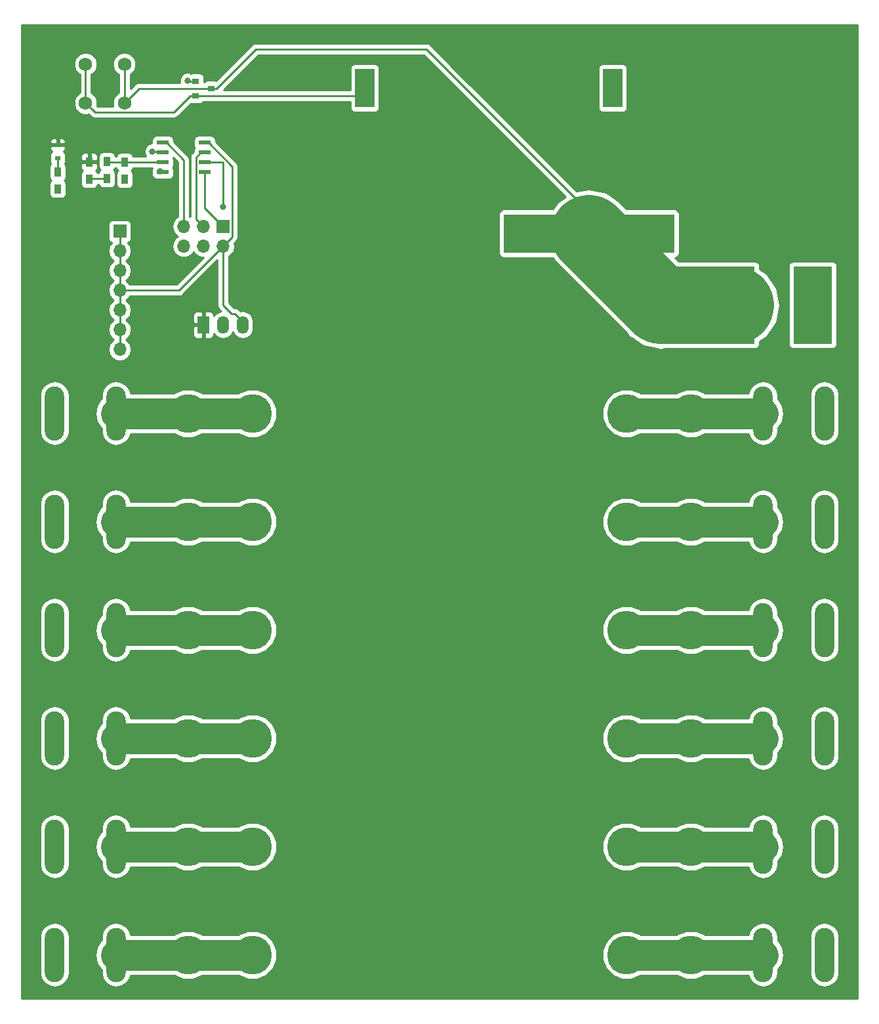
<source format=gtl>
G04 #@! TF.GenerationSoftware,KiCad,Pcbnew,(5.0.2)-1*
G04 #@! TF.CreationDate,2019-02-23T14:57:53-07:00*
G04 #@! TF.ProjectId,MinesRobotics_PDB,4d696e65-7352-46f6-926f-746963735f50,rev?*
G04 #@! TF.SameCoordinates,Original*
G04 #@! TF.FileFunction,Copper,L1,Top*
G04 #@! TF.FilePolarity,Positive*
%FSLAX46Y46*%
G04 Gerber Fmt 4.6, Leading zero omitted, Abs format (unit mm)*
G04 Created by KiCad (PCBNEW (5.0.2)-1) date 2/23/2019 2:57:53 PM*
%MOMM*%
%LPD*%
G01*
G04 APERTURE LIST*
G04 #@! TA.AperFunction,ComponentPad*
%ADD10R,1.700000X1.700000*%
G04 #@! TD*
G04 #@! TA.AperFunction,ComponentPad*
%ADD11O,1.700000X1.700000*%
G04 #@! TD*
G04 #@! TA.AperFunction,SMDPad,CuDef*
%ADD12R,0.900000X0.800000*%
G04 #@! TD*
G04 #@! TA.AperFunction,SMDPad,CuDef*
%ADD13R,1.550000X0.600000*%
G04 #@! TD*
G04 #@! TA.AperFunction,ComponentPad*
%ADD14C,5.000000*%
G04 #@! TD*
G04 #@! TA.AperFunction,SMDPad,CuDef*
%ADD15R,5.000000X10.000000*%
G04 #@! TD*
G04 #@! TA.AperFunction,ComponentPad*
%ADD16R,22.000000X5.000000*%
G04 #@! TD*
G04 #@! TA.AperFunction,ComponentPad*
%ADD17R,2.500000X5.000000*%
G04 #@! TD*
G04 #@! TA.AperFunction,ComponentPad*
%ADD18O,2.500000X7.000000*%
G04 #@! TD*
G04 #@! TA.AperFunction,ComponentPad*
%ADD19R,1.500000X2.300000*%
G04 #@! TD*
G04 #@! TA.AperFunction,ComponentPad*
%ADD20O,1.500000X2.300000*%
G04 #@! TD*
G04 #@! TA.AperFunction,SMDPad,CuDef*
%ADD21R,0.800000X0.600000*%
G04 #@! TD*
G04 #@! TA.AperFunction,SMDPad,CuDef*
%ADD22R,0.900000X1.200000*%
G04 #@! TD*
G04 #@! TA.AperFunction,ComponentPad*
%ADD23C,1.750000*%
G04 #@! TD*
G04 #@! TA.AperFunction,ViaPad*
%ADD24C,0.800000*%
G04 #@! TD*
G04 #@! TA.AperFunction,Conductor*
%ADD25C,0.250000*%
G04 #@! TD*
G04 #@! TA.AperFunction,Conductor*
%ADD26C,10.000000*%
G04 #@! TD*
G04 #@! TA.AperFunction,Conductor*
%ADD27C,4.000000*%
G04 #@! TD*
G04 #@! TA.AperFunction,Conductor*
%ADD28C,0.254000*%
G04 #@! TD*
G04 APERTURE END LIST*
D10*
G04 #@! TO.P,J14,1*
G04 #@! TO.N,/MOSI*
X69850000Y-67310000D03*
D11*
G04 #@! TO.P,J14,2*
G04 #@! TO.N,+5V*
X69850000Y-69850000D03*
G04 #@! TO.P,J14,3*
G04 #@! TO.N,/SCK*
X67310000Y-67310000D03*
G04 #@! TO.P,J14,4*
G04 #@! TO.N,/MISO*
X67310000Y-69850000D03*
G04 #@! TO.P,J14,5*
G04 #@! TO.N,/RESET*
X64770000Y-67310000D03*
G04 #@! TO.P,J14,6*
G04 #@! TO.N,GND*
X64770000Y-69850000D03*
G04 #@! TD*
D12*
G04 #@! TO.P,Q1,3*
G04 #@! TO.N,/Vbat*
X68310000Y-49530000D03*
G04 #@! TO.P,Q1,2*
G04 #@! TO.N,Net-(K1-Pad6)*
X66310000Y-50480000D03*
G04 #@! TO.P,Q1,1*
G04 #@! TO.N,/Battery_Control*
X66310000Y-48580000D03*
G04 #@! TD*
D13*
G04 #@! TO.P,U2,8*
G04 #@! TO.N,+5V*
X67470000Y-56515000D03*
G04 #@! TO.P,U2,7*
G04 #@! TO.N,/SCK*
X67470000Y-57785000D03*
G04 #@! TO.P,U2,6*
G04 #@! TO.N,/MISO*
X67470000Y-59055000D03*
G04 #@! TO.P,U2,5*
G04 #@! TO.N,/MOSI*
X67470000Y-60325000D03*
G04 #@! TO.P,U2,4*
G04 #@! TO.N,GND*
X62070000Y-60325000D03*
G04 #@! TO.P,U2,3*
G04 #@! TO.N,Net-(R3-Pad2)*
X62070000Y-59055000D03*
G04 #@! TO.P,U2,2*
G04 #@! TO.N,/Battery_Control*
X62070000Y-57785000D03*
G04 #@! TO.P,U2,1*
G04 #@! TO.N,/RESET*
X62070000Y-56515000D03*
G04 #@! TD*
D14*
G04 #@! TO.P,F1,2*
G04 #@! TO.N,+12V*
X94690000Y-91440000D03*
X86360000Y-91440000D03*
G04 #@! TO.P,F1,1*
G04 #@! TO.N,Net-(F1-Pad1)*
X65330000Y-91440000D03*
X73660000Y-91440000D03*
G04 #@! TD*
G04 #@! TO.P,F2,1*
G04 #@! TO.N,Net-(F2-Pad1)*
X73660000Y-105410000D03*
X65330000Y-105410000D03*
G04 #@! TO.P,F2,2*
G04 #@! TO.N,+12V*
X86360000Y-105410000D03*
X94690000Y-105410000D03*
G04 #@! TD*
G04 #@! TO.P,F3,2*
G04 #@! TO.N,+12V*
X94690000Y-119380000D03*
X86360000Y-119380000D03*
G04 #@! TO.P,F3,1*
G04 #@! TO.N,Net-(F3-Pad1)*
X65330000Y-119380000D03*
X73660000Y-119380000D03*
G04 #@! TD*
G04 #@! TO.P,F4,1*
G04 #@! TO.N,Net-(F4-Pad1)*
X73660000Y-133350000D03*
X65330000Y-133350000D03*
G04 #@! TO.P,F4,2*
G04 #@! TO.N,+12V*
X86360000Y-133350000D03*
X94690000Y-133350000D03*
G04 #@! TD*
G04 #@! TO.P,F5,1*
G04 #@! TO.N,Net-(F5-Pad1)*
X73660000Y-147320000D03*
X65330000Y-147320000D03*
G04 #@! TO.P,F5,2*
G04 #@! TO.N,+12V*
X86360000Y-147320000D03*
X94690000Y-147320000D03*
G04 #@! TD*
G04 #@! TO.P,F6,2*
G04 #@! TO.N,+12V*
X94690000Y-161290000D03*
X86360000Y-161290000D03*
G04 #@! TO.P,F6,1*
G04 #@! TO.N,Net-(F6-Pad1)*
X65330000Y-161290000D03*
X73660000Y-161290000D03*
G04 #@! TD*
G04 #@! TO.P,F7,2*
G04 #@! TO.N,+12V*
X100890000Y-91440000D03*
X109220000Y-91440000D03*
G04 #@! TO.P,F7,1*
G04 #@! TO.N,Net-(F7-Pad1)*
X130250000Y-91440000D03*
X121920000Y-91440000D03*
G04 #@! TD*
G04 #@! TO.P,F8,1*
G04 #@! TO.N,Net-(F8-Pad1)*
X121920000Y-105410000D03*
X130250000Y-105410000D03*
G04 #@! TO.P,F8,2*
G04 #@! TO.N,+12V*
X109220000Y-105410000D03*
X100890000Y-105410000D03*
G04 #@! TD*
G04 #@! TO.P,F9,2*
G04 #@! TO.N,+12V*
X100890000Y-119380000D03*
X109220000Y-119380000D03*
G04 #@! TO.P,F9,1*
G04 #@! TO.N,Net-(F9-Pad1)*
X130250000Y-119380000D03*
X121920000Y-119380000D03*
G04 #@! TD*
G04 #@! TO.P,F10,1*
G04 #@! TO.N,Net-(F10-Pad1)*
X121920000Y-133350000D03*
X130250000Y-133350000D03*
G04 #@! TO.P,F10,2*
G04 #@! TO.N,+12V*
X109220000Y-133350000D03*
X100890000Y-133350000D03*
G04 #@! TD*
G04 #@! TO.P,F11,2*
G04 #@! TO.N,+12V*
X100890000Y-147320000D03*
X109220000Y-147320000D03*
G04 #@! TO.P,F11,1*
G04 #@! TO.N,Net-(F11-Pad1)*
X130250000Y-147320000D03*
X121920000Y-147320000D03*
G04 #@! TD*
G04 #@! TO.P,F12,1*
G04 #@! TO.N,Net-(F12-Pad1)*
X121920000Y-161290000D03*
X130250000Y-161290000D03*
G04 #@! TO.P,F12,2*
G04 #@! TO.N,+12V*
X109220000Y-161290000D03*
X100890000Y-161290000D03*
G04 #@! TD*
D15*
G04 #@! TO.P,J13,1*
G04 #@! TO.N,GND*
X145970000Y-77470000D03*
G04 #@! TO.P,J13,2*
G04 #@! TO.N,/Vbat*
X135970000Y-77470000D03*
G04 #@! TD*
D16*
G04 #@! TO.P,K1,1*
G04 #@! TO.N,/Vbat*
X117090000Y-68230000D03*
G04 #@! TO.P,K1,7*
G04 #@! TO.N,+12V*
X91190000Y-68230000D03*
D17*
G04 #@! TO.P,K1,2*
G04 #@! TO.N,GND*
X120140000Y-49480000D03*
G04 #@! TO.P,K1,6*
G04 #@! TO.N,Net-(K1-Pad6)*
X88140000Y-49480000D03*
G04 #@! TD*
D18*
G04 #@! TO.P,J1,1*
G04 #@! TO.N,Net-(F1-Pad1)*
X56030000Y-91440000D03*
G04 #@! TO.P,J1,2*
G04 #@! TO.N,GND*
X48110000Y-91440000D03*
G04 #@! TD*
G04 #@! TO.P,J2,1*
G04 #@! TO.N,Net-(F2-Pad1)*
X56030000Y-105410000D03*
G04 #@! TO.P,J2,2*
G04 #@! TO.N,GND*
X48110000Y-105410000D03*
G04 #@! TD*
G04 #@! TO.P,J3,2*
G04 #@! TO.N,GND*
X48110000Y-119380000D03*
G04 #@! TO.P,J3,1*
G04 #@! TO.N,Net-(F3-Pad1)*
X56030000Y-119380000D03*
G04 #@! TD*
G04 #@! TO.P,J4,1*
G04 #@! TO.N,Net-(F4-Pad1)*
X56030000Y-133350000D03*
G04 #@! TO.P,J4,2*
G04 #@! TO.N,GND*
X48110000Y-133350000D03*
G04 #@! TD*
G04 #@! TO.P,J5,2*
G04 #@! TO.N,GND*
X48110000Y-147320000D03*
G04 #@! TO.P,J5,1*
G04 #@! TO.N,Net-(F5-Pad1)*
X56030000Y-147320000D03*
G04 #@! TD*
G04 #@! TO.P,J6,1*
G04 #@! TO.N,Net-(F6-Pad1)*
X56030000Y-161290000D03*
G04 #@! TO.P,J6,2*
G04 #@! TO.N,GND*
X48110000Y-161290000D03*
G04 #@! TD*
G04 #@! TO.P,J7,1*
G04 #@! TO.N,Net-(F7-Pad1)*
X139550000Y-91440000D03*
G04 #@! TO.P,J7,2*
G04 #@! TO.N,GND*
X147470000Y-91440000D03*
G04 #@! TD*
G04 #@! TO.P,J8,2*
G04 #@! TO.N,GND*
X147470000Y-105410000D03*
G04 #@! TO.P,J8,1*
G04 #@! TO.N,Net-(F8-Pad1)*
X139550000Y-105410000D03*
G04 #@! TD*
G04 #@! TO.P,J9,1*
G04 #@! TO.N,Net-(F9-Pad1)*
X139550000Y-119380000D03*
G04 #@! TO.P,J9,2*
G04 #@! TO.N,GND*
X147470000Y-119380000D03*
G04 #@! TD*
G04 #@! TO.P,J10,2*
G04 #@! TO.N,GND*
X147470000Y-133350000D03*
G04 #@! TO.P,J10,1*
G04 #@! TO.N,Net-(F10-Pad1)*
X139550000Y-133350000D03*
G04 #@! TD*
G04 #@! TO.P,J11,1*
G04 #@! TO.N,Net-(F11-Pad1)*
X139550000Y-147320000D03*
G04 #@! TO.P,J11,2*
G04 #@! TO.N,GND*
X147470000Y-147320000D03*
G04 #@! TD*
G04 #@! TO.P,J12,2*
G04 #@! TO.N,GND*
X147470000Y-161290000D03*
G04 #@! TO.P,J12,1*
G04 #@! TO.N,Net-(F12-Pad1)*
X139550000Y-161290000D03*
G04 #@! TD*
D19*
G04 #@! TO.P,U1,1*
G04 #@! TO.N,+12V*
X67310000Y-80010000D03*
D20*
G04 #@! TO.P,U1,2*
G04 #@! TO.N,GND*
X69850000Y-80010000D03*
G04 #@! TO.P,U1,3*
G04 #@! TO.N,+5V*
X72390000Y-80010000D03*
G04 #@! TD*
D21*
G04 #@! TO.P,D1,2*
G04 #@! TO.N,+12V*
X48514000Y-56808000D03*
G04 #@! TO.P,D1,1*
G04 #@! TO.N,Net-(D1-Pad1)*
X48514000Y-58508000D03*
G04 #@! TD*
D22*
G04 #@! TO.P,R1,2*
G04 #@! TO.N,GND*
X48514000Y-62484000D03*
G04 #@! TO.P,R1,1*
G04 #@! TO.N,Net-(D1-Pad1)*
X48514000Y-60284000D03*
G04 #@! TD*
G04 #@! TO.P,R2,1*
G04 #@! TO.N,+12V*
X52578000Y-59014000D03*
G04 #@! TO.P,R2,2*
G04 #@! TO.N,Net-(R2-Pad2)*
X52578000Y-61214000D03*
G04 #@! TD*
G04 #@! TO.P,R3,2*
G04 #@! TO.N,Net-(R3-Pad2)*
X54864000Y-58928000D03*
G04 #@! TO.P,R3,1*
G04 #@! TO.N,Net-(R2-Pad2)*
X54864000Y-61128000D03*
G04 #@! TD*
G04 #@! TO.P,R4,1*
G04 #@! TO.N,Net-(R3-Pad2)*
X57150000Y-59014000D03*
G04 #@! TO.P,R4,2*
G04 #@! TO.N,GND*
X57150000Y-61214000D03*
G04 #@! TD*
D23*
G04 #@! TO.P,SW1,1*
G04 #@! TO.N,Net-(K1-Pad6)*
X52110000Y-46395000D03*
G04 #@! TO.P,SW1,2*
G04 #@! TO.N,/Vbat*
X57110000Y-46395000D03*
G04 #@! TO.P,SW1,1*
G04 #@! TO.N,Net-(K1-Pad6)*
X52110000Y-51395000D03*
G04 #@! TO.P,SW1,2*
G04 #@! TO.N,/Vbat*
X57110000Y-51395000D03*
G04 #@! TD*
D10*
G04 #@! TO.P,J15,1*
G04 #@! TO.N,+5V*
X56515000Y-67945000D03*
D11*
G04 #@! TO.P,J15,2*
X56515000Y-70485000D03*
G04 #@! TO.P,J15,3*
X56515000Y-73025000D03*
G04 #@! TO.P,J15,4*
X56515000Y-75565000D03*
G04 #@! TO.P,J15,5*
X56515000Y-78105000D03*
G04 #@! TO.P,J15,6*
X56515000Y-80645000D03*
G04 #@! TO.P,J15,7*
X56515000Y-83185000D03*
G04 #@! TD*
D24*
G04 #@! TO.N,/MISO*
X69850000Y-64770000D03*
G04 #@! TO.N,GND*
X61722000Y-60198000D03*
X48514000Y-62484000D03*
X57150000Y-61214000D03*
X146050000Y-77470000D03*
X146050000Y-80010000D03*
X146050000Y-74930000D03*
G04 #@! TO.N,/Battery_Control*
X65278000Y-48514000D03*
X60706000Y-57658000D03*
G04 #@! TD*
D25*
G04 #@! TO.N,/MOSI*
X67470000Y-64930000D02*
X69850000Y-67310000D01*
X67470000Y-60325000D02*
X67470000Y-64930000D01*
G04 #@! TO.N,+5V*
X70699999Y-69000001D02*
X69850000Y-69850000D01*
X71025001Y-68674999D02*
X70699999Y-69000001D01*
X71025001Y-59595001D02*
X71025001Y-68674999D01*
X67945000Y-56515000D02*
X71025001Y-59595001D01*
X67470000Y-56515000D02*
X67945000Y-56515000D01*
X72390000Y-79610000D02*
X72390000Y-80010000D01*
X71390000Y-78610000D02*
X72390000Y-79610000D01*
X70990000Y-78610000D02*
X71390000Y-78610000D01*
X69850000Y-77470000D02*
X70990000Y-78610000D01*
X69850000Y-69850000D02*
X69850000Y-77470000D01*
X64135000Y-75565000D02*
X56515000Y-75565000D01*
X69850000Y-69850000D02*
X64135000Y-75565000D01*
X56515000Y-75565000D02*
X56515000Y-73025000D01*
X56515000Y-73025000D02*
X56515000Y-70485000D01*
X56515000Y-70485000D02*
X56515000Y-67945000D01*
X56515000Y-75565000D02*
X56515000Y-78105000D01*
X56515000Y-78105000D02*
X56515000Y-80645000D01*
X56515000Y-80645000D02*
X56515000Y-83185000D01*
G04 #@! TO.N,/SCK*
X66460001Y-66460001D02*
X67310000Y-67310000D01*
X66369999Y-66369999D02*
X66460001Y-66460001D01*
X66369999Y-58410001D02*
X66369999Y-66369999D01*
X66995000Y-57785000D02*
X66369999Y-58410001D01*
X67470000Y-57785000D02*
X66995000Y-57785000D01*
G04 #@! TO.N,/MISO*
X69850000Y-59056410D02*
X69850000Y-64770000D01*
X67470000Y-59055000D02*
X69848590Y-59055000D01*
X69848590Y-59055000D02*
X69850000Y-59056410D01*
G04 #@! TO.N,/RESET*
X64770000Y-66107919D02*
X64770000Y-67310000D01*
X64770000Y-58740000D02*
X64770000Y-66107919D01*
X62545000Y-56515000D02*
X64770000Y-58740000D01*
X62070000Y-56515000D02*
X62545000Y-56515000D01*
D26*
G04 #@! TO.N,/Vbat*
X126330000Y-77470000D02*
X117090000Y-68230000D01*
X135970000Y-77470000D02*
X126330000Y-77470000D01*
D25*
X117090000Y-65480000D02*
X96060000Y-44450000D01*
X117090000Y-68230000D02*
X117090000Y-65480000D01*
X69010000Y-49530000D02*
X68310000Y-49530000D01*
X74090000Y-44450000D02*
X69010000Y-49530000D01*
X96060000Y-44450000D02*
X74090000Y-44450000D01*
X58975000Y-49530000D02*
X57110000Y-51395000D01*
X68310000Y-49530000D02*
X58975000Y-49530000D01*
X57110000Y-51395000D02*
X57110000Y-46395000D01*
G04 #@! TO.N,Net-(K1-Pad6)*
X87140000Y-50480000D02*
X88140000Y-49480000D01*
X66310000Y-50480000D02*
X87140000Y-50480000D01*
X52984999Y-52269999D02*
X52110000Y-51395000D01*
X53310001Y-52595001D02*
X52984999Y-52269999D01*
X63494999Y-52595001D02*
X53310001Y-52595001D01*
X65610000Y-50480000D02*
X63494999Y-52595001D01*
X66310000Y-50480000D02*
X65610000Y-50480000D01*
X52110000Y-46395000D02*
X52110000Y-51395000D01*
G04 #@! TO.N,/Battery_Control*
X66310000Y-48580000D02*
X65344000Y-48580000D01*
X65344000Y-48580000D02*
X65278000Y-48514000D01*
X61943000Y-57658000D02*
X62070000Y-57785000D01*
X60706000Y-57658000D02*
X61943000Y-57658000D01*
D27*
G04 #@! TO.N,Net-(F1-Pad1)*
X73660000Y-91440000D02*
X65330000Y-91440000D01*
X65330000Y-91440000D02*
X56030000Y-91440000D01*
G04 #@! TO.N,Net-(F2-Pad1)*
X73660000Y-105410000D02*
X65330000Y-105410000D01*
X65330000Y-105410000D02*
X56030000Y-105410000D01*
G04 #@! TO.N,Net-(F3-Pad1)*
X73660000Y-119380000D02*
X65330000Y-119380000D01*
X65330000Y-119380000D02*
X56030000Y-119380000D01*
G04 #@! TO.N,Net-(F4-Pad1)*
X73660000Y-133350000D02*
X65330000Y-133350000D01*
X65330000Y-133350000D02*
X56030000Y-133350000D01*
G04 #@! TO.N,Net-(F5-Pad1)*
X73660000Y-147320000D02*
X65330000Y-147320000D01*
X65330000Y-147320000D02*
X56030000Y-147320000D01*
G04 #@! TO.N,Net-(F6-Pad1)*
X73660000Y-161290000D02*
X65330000Y-161290000D01*
X65330000Y-161290000D02*
X56030000Y-161290000D01*
G04 #@! TO.N,Net-(F7-Pad1)*
X139550000Y-91440000D02*
X130250000Y-91440000D01*
X130250000Y-91440000D02*
X121920000Y-91440000D01*
G04 #@! TO.N,Net-(F8-Pad1)*
X121920000Y-105410000D02*
X130250000Y-105410000D01*
X130250000Y-105410000D02*
X139550000Y-105410000D01*
G04 #@! TO.N,Net-(F9-Pad1)*
X121920000Y-119380000D02*
X130250000Y-119380000D01*
X130250000Y-119380000D02*
X139550000Y-119380000D01*
G04 #@! TO.N,Net-(F10-Pad1)*
X121920000Y-133350000D02*
X130250000Y-133350000D01*
X130250000Y-133350000D02*
X139550000Y-133350000D01*
G04 #@! TO.N,Net-(F11-Pad1)*
X121920000Y-147320000D02*
X130250000Y-147320000D01*
X130250000Y-147320000D02*
X139550000Y-147320000D01*
G04 #@! TO.N,Net-(F12-Pad1)*
X121920000Y-161290000D02*
X130250000Y-161290000D01*
X130250000Y-161290000D02*
X139550000Y-161290000D01*
D25*
G04 #@! TO.N,Net-(D1-Pad1)*
X48514000Y-58508000D02*
X48514000Y-60284000D01*
G04 #@! TO.N,Net-(R2-Pad2)*
X52664000Y-61128000D02*
X52578000Y-61214000D01*
X54864000Y-61128000D02*
X52664000Y-61128000D01*
G04 #@! TO.N,Net-(R3-Pad2)*
X57191000Y-59055000D02*
X57150000Y-59014000D01*
X62070000Y-59055000D02*
X57191000Y-59055000D01*
X54950000Y-59014000D02*
X54864000Y-58928000D01*
X57150000Y-59014000D02*
X54950000Y-59014000D01*
G04 #@! TD*
D28*
G04 #@! TO.N,+12V*
G36*
X151690001Y-166930000D02*
X43890000Y-166930000D01*
X43890000Y-163725654D01*
X46225000Y-163725654D01*
X46334369Y-164275489D01*
X46750991Y-164899009D01*
X47374510Y-165315631D01*
X48110000Y-165461929D01*
X48845489Y-165315631D01*
X49469009Y-164899009D01*
X49885631Y-164275490D01*
X49995000Y-163725655D01*
X49995000Y-161290000D01*
X53343378Y-161290000D01*
X53547885Y-162318126D01*
X54130271Y-163189729D01*
X54145000Y-163199571D01*
X54145000Y-163725654D01*
X54254369Y-164275489D01*
X54670991Y-164899009D01*
X55294510Y-165315631D01*
X56030000Y-165461929D01*
X56765489Y-165315631D01*
X57389009Y-164899009D01*
X57805631Y-164275490D01*
X57875348Y-163925000D01*
X63531441Y-163925000D01*
X63554165Y-163947724D01*
X64706410Y-164425000D01*
X65953590Y-164425000D01*
X67105835Y-163947724D01*
X67128559Y-163925000D01*
X71861441Y-163925000D01*
X71884165Y-163947724D01*
X73036410Y-164425000D01*
X74283590Y-164425000D01*
X75435835Y-163947724D01*
X75857679Y-163525880D01*
X84303725Y-163525880D01*
X84585421Y-163948564D01*
X85737892Y-164425294D01*
X86985072Y-164424705D01*
X88134579Y-163948564D01*
X88416275Y-163525880D01*
X92633725Y-163525880D01*
X92915421Y-163948564D01*
X94067892Y-164425294D01*
X95315072Y-164424705D01*
X96464579Y-163948564D01*
X96746275Y-163525880D01*
X98833725Y-163525880D01*
X99115421Y-163948564D01*
X100267892Y-164425294D01*
X101515072Y-164424705D01*
X102664579Y-163948564D01*
X102946275Y-163525880D01*
X107163725Y-163525880D01*
X107445421Y-163948564D01*
X108597892Y-164425294D01*
X109845072Y-164424705D01*
X110994579Y-163948564D01*
X111276275Y-163525880D01*
X109220000Y-161469605D01*
X107163725Y-163525880D01*
X102946275Y-163525880D01*
X100890000Y-161469605D01*
X98833725Y-163525880D01*
X96746275Y-163525880D01*
X94690000Y-161469605D01*
X92633725Y-163525880D01*
X88416275Y-163525880D01*
X86360000Y-161469605D01*
X84303725Y-163525880D01*
X75857679Y-163525880D01*
X76317724Y-163065835D01*
X76795000Y-161913590D01*
X76795000Y-160667892D01*
X83224706Y-160667892D01*
X83225295Y-161915072D01*
X83701436Y-163064579D01*
X84124120Y-163346275D01*
X86180395Y-161290000D01*
X86539605Y-161290000D01*
X88595880Y-163346275D01*
X89018564Y-163064579D01*
X89495294Y-161912108D01*
X89494707Y-160667892D01*
X91554706Y-160667892D01*
X91555295Y-161915072D01*
X92031436Y-163064579D01*
X92454120Y-163346275D01*
X94510395Y-161290000D01*
X94869605Y-161290000D01*
X96925880Y-163346275D01*
X97348564Y-163064579D01*
X97789704Y-161998144D01*
X98231436Y-163064579D01*
X98654120Y-163346275D01*
X100710395Y-161290000D01*
X101069605Y-161290000D01*
X103125880Y-163346275D01*
X103548564Y-163064579D01*
X104025294Y-161912108D01*
X104024707Y-160667892D01*
X106084706Y-160667892D01*
X106085295Y-161915072D01*
X106561436Y-163064579D01*
X106984120Y-163346275D01*
X109040395Y-161290000D01*
X109399605Y-161290000D01*
X111455880Y-163346275D01*
X111878564Y-163064579D01*
X112355294Y-161912108D01*
X112354706Y-160666410D01*
X118785000Y-160666410D01*
X118785000Y-161913590D01*
X119262276Y-163065835D01*
X120144165Y-163947724D01*
X121296410Y-164425000D01*
X122543590Y-164425000D01*
X123695835Y-163947724D01*
X123718559Y-163925000D01*
X128451441Y-163925000D01*
X128474165Y-163947724D01*
X129626410Y-164425000D01*
X130873590Y-164425000D01*
X132025835Y-163947724D01*
X132048559Y-163925000D01*
X137704653Y-163925000D01*
X137774370Y-164275490D01*
X138190992Y-164899009D01*
X138814511Y-165315631D01*
X139550000Y-165461929D01*
X140285490Y-165315631D01*
X140909009Y-164899009D01*
X141325631Y-164275490D01*
X141435000Y-163725655D01*
X141435000Y-163199571D01*
X141449729Y-163189729D01*
X142032115Y-162318126D01*
X142236622Y-161290000D01*
X142032115Y-160261874D01*
X141449729Y-159390271D01*
X141435000Y-159380429D01*
X141435000Y-158854346D01*
X145585000Y-158854346D01*
X145585001Y-163725655D01*
X145694370Y-164275490D01*
X146110992Y-164899009D01*
X146734511Y-165315631D01*
X147470000Y-165461929D01*
X148205490Y-165315631D01*
X148829009Y-164899009D01*
X149245631Y-164275490D01*
X149355000Y-163725655D01*
X149355000Y-158854345D01*
X149245631Y-158304510D01*
X148829009Y-157680991D01*
X148205489Y-157264369D01*
X147470000Y-157118071D01*
X146734510Y-157264369D01*
X146110991Y-157680991D01*
X145694369Y-158304511D01*
X145585000Y-158854346D01*
X141435000Y-158854346D01*
X141435000Y-158854345D01*
X141325631Y-158304510D01*
X140909009Y-157680991D01*
X140285489Y-157264369D01*
X139550000Y-157118071D01*
X138814510Y-157264369D01*
X138190991Y-157680991D01*
X137774369Y-158304511D01*
X137704652Y-158655000D01*
X132048559Y-158655000D01*
X132025835Y-158632276D01*
X130873590Y-158155000D01*
X129626410Y-158155000D01*
X128474165Y-158632276D01*
X128451441Y-158655000D01*
X123718559Y-158655000D01*
X123695835Y-158632276D01*
X122543590Y-158155000D01*
X121296410Y-158155000D01*
X120144165Y-158632276D01*
X119262276Y-159514165D01*
X118785000Y-160666410D01*
X112354706Y-160666410D01*
X112354705Y-160664928D01*
X111878564Y-159515421D01*
X111455880Y-159233725D01*
X109399605Y-161290000D01*
X109040395Y-161290000D01*
X106984120Y-159233725D01*
X106561436Y-159515421D01*
X106084706Y-160667892D01*
X104024707Y-160667892D01*
X104024705Y-160664928D01*
X103548564Y-159515421D01*
X103125880Y-159233725D01*
X101069605Y-161290000D01*
X100710395Y-161290000D01*
X98654120Y-159233725D01*
X98231436Y-159515421D01*
X97790296Y-160581856D01*
X97348564Y-159515421D01*
X96925880Y-159233725D01*
X94869605Y-161290000D01*
X94510395Y-161290000D01*
X92454120Y-159233725D01*
X92031436Y-159515421D01*
X91554706Y-160667892D01*
X89494707Y-160667892D01*
X89494705Y-160664928D01*
X89018564Y-159515421D01*
X88595880Y-159233725D01*
X86539605Y-161290000D01*
X86180395Y-161290000D01*
X84124120Y-159233725D01*
X83701436Y-159515421D01*
X83224706Y-160667892D01*
X76795000Y-160667892D01*
X76795000Y-160666410D01*
X76317724Y-159514165D01*
X75857679Y-159054120D01*
X84303725Y-159054120D01*
X86360000Y-161110395D01*
X88416275Y-159054120D01*
X92633725Y-159054120D01*
X94690000Y-161110395D01*
X96746275Y-159054120D01*
X98833725Y-159054120D01*
X100890000Y-161110395D01*
X102946275Y-159054120D01*
X107163725Y-159054120D01*
X109220000Y-161110395D01*
X111276275Y-159054120D01*
X110994579Y-158631436D01*
X109842108Y-158154706D01*
X108594928Y-158155295D01*
X107445421Y-158631436D01*
X107163725Y-159054120D01*
X102946275Y-159054120D01*
X102664579Y-158631436D01*
X101512108Y-158154706D01*
X100264928Y-158155295D01*
X99115421Y-158631436D01*
X98833725Y-159054120D01*
X96746275Y-159054120D01*
X96464579Y-158631436D01*
X95312108Y-158154706D01*
X94064928Y-158155295D01*
X92915421Y-158631436D01*
X92633725Y-159054120D01*
X88416275Y-159054120D01*
X88134579Y-158631436D01*
X86982108Y-158154706D01*
X85734928Y-158155295D01*
X84585421Y-158631436D01*
X84303725Y-159054120D01*
X75857679Y-159054120D01*
X75435835Y-158632276D01*
X74283590Y-158155000D01*
X73036410Y-158155000D01*
X71884165Y-158632276D01*
X71861441Y-158655000D01*
X67128559Y-158655000D01*
X67105835Y-158632276D01*
X65953590Y-158155000D01*
X64706410Y-158155000D01*
X63554165Y-158632276D01*
X63531441Y-158655000D01*
X57875348Y-158655000D01*
X57805631Y-158304510D01*
X57389009Y-157680991D01*
X56765490Y-157264369D01*
X56030000Y-157118071D01*
X55294511Y-157264369D01*
X54670992Y-157680991D01*
X54254370Y-158304510D01*
X54145001Y-158854345D01*
X54145001Y-159380429D01*
X54130271Y-159390271D01*
X53547885Y-160261874D01*
X53343378Y-161290000D01*
X49995000Y-161290000D01*
X49995000Y-158854345D01*
X49885631Y-158304510D01*
X49469009Y-157680991D01*
X48845490Y-157264369D01*
X48110000Y-157118071D01*
X47374511Y-157264369D01*
X46750992Y-157680991D01*
X46334370Y-158304510D01*
X46225001Y-158854345D01*
X46225000Y-163725654D01*
X43890000Y-163725654D01*
X43890000Y-149755654D01*
X46225000Y-149755654D01*
X46334369Y-150305489D01*
X46750991Y-150929009D01*
X47374510Y-151345631D01*
X48110000Y-151491929D01*
X48845489Y-151345631D01*
X49469009Y-150929009D01*
X49885631Y-150305490D01*
X49995000Y-149755655D01*
X49995000Y-147320000D01*
X53343378Y-147320000D01*
X53547885Y-148348126D01*
X54130271Y-149219729D01*
X54145000Y-149229571D01*
X54145000Y-149755654D01*
X54254369Y-150305489D01*
X54670991Y-150929009D01*
X55294510Y-151345631D01*
X56030000Y-151491929D01*
X56765489Y-151345631D01*
X57389009Y-150929009D01*
X57805631Y-150305490D01*
X57875348Y-149955000D01*
X63531441Y-149955000D01*
X63554165Y-149977724D01*
X64706410Y-150455000D01*
X65953590Y-150455000D01*
X67105835Y-149977724D01*
X67128559Y-149955000D01*
X71861441Y-149955000D01*
X71884165Y-149977724D01*
X73036410Y-150455000D01*
X74283590Y-150455000D01*
X75435835Y-149977724D01*
X75857679Y-149555880D01*
X84303725Y-149555880D01*
X84585421Y-149978564D01*
X85737892Y-150455294D01*
X86985072Y-150454705D01*
X88134579Y-149978564D01*
X88416275Y-149555880D01*
X92633725Y-149555880D01*
X92915421Y-149978564D01*
X94067892Y-150455294D01*
X95315072Y-150454705D01*
X96464579Y-149978564D01*
X96746275Y-149555880D01*
X98833725Y-149555880D01*
X99115421Y-149978564D01*
X100267892Y-150455294D01*
X101515072Y-150454705D01*
X102664579Y-149978564D01*
X102946275Y-149555880D01*
X107163725Y-149555880D01*
X107445421Y-149978564D01*
X108597892Y-150455294D01*
X109845072Y-150454705D01*
X110994579Y-149978564D01*
X111276275Y-149555880D01*
X109220000Y-147499605D01*
X107163725Y-149555880D01*
X102946275Y-149555880D01*
X100890000Y-147499605D01*
X98833725Y-149555880D01*
X96746275Y-149555880D01*
X94690000Y-147499605D01*
X92633725Y-149555880D01*
X88416275Y-149555880D01*
X86360000Y-147499605D01*
X84303725Y-149555880D01*
X75857679Y-149555880D01*
X76317724Y-149095835D01*
X76795000Y-147943590D01*
X76795000Y-146697892D01*
X83224706Y-146697892D01*
X83225295Y-147945072D01*
X83701436Y-149094579D01*
X84124120Y-149376275D01*
X86180395Y-147320000D01*
X86539605Y-147320000D01*
X88595880Y-149376275D01*
X89018564Y-149094579D01*
X89495294Y-147942108D01*
X89494707Y-146697892D01*
X91554706Y-146697892D01*
X91555295Y-147945072D01*
X92031436Y-149094579D01*
X92454120Y-149376275D01*
X94510395Y-147320000D01*
X94869605Y-147320000D01*
X96925880Y-149376275D01*
X97348564Y-149094579D01*
X97789704Y-148028144D01*
X98231436Y-149094579D01*
X98654120Y-149376275D01*
X100710395Y-147320000D01*
X101069605Y-147320000D01*
X103125880Y-149376275D01*
X103548564Y-149094579D01*
X104025294Y-147942108D01*
X104024707Y-146697892D01*
X106084706Y-146697892D01*
X106085295Y-147945072D01*
X106561436Y-149094579D01*
X106984120Y-149376275D01*
X109040395Y-147320000D01*
X109399605Y-147320000D01*
X111455880Y-149376275D01*
X111878564Y-149094579D01*
X112355294Y-147942108D01*
X112354706Y-146696410D01*
X118785000Y-146696410D01*
X118785000Y-147943590D01*
X119262276Y-149095835D01*
X120144165Y-149977724D01*
X121296410Y-150455000D01*
X122543590Y-150455000D01*
X123695835Y-149977724D01*
X123718559Y-149955000D01*
X128451441Y-149955000D01*
X128474165Y-149977724D01*
X129626410Y-150455000D01*
X130873590Y-150455000D01*
X132025835Y-149977724D01*
X132048559Y-149955000D01*
X137704653Y-149955000D01*
X137774370Y-150305490D01*
X138190992Y-150929009D01*
X138814511Y-151345631D01*
X139550000Y-151491929D01*
X140285490Y-151345631D01*
X140909009Y-150929009D01*
X141325631Y-150305490D01*
X141435000Y-149755655D01*
X141435000Y-149229571D01*
X141449729Y-149219729D01*
X142032115Y-148348126D01*
X142236622Y-147320000D01*
X142032115Y-146291874D01*
X141449729Y-145420271D01*
X141435000Y-145410429D01*
X141435000Y-144884346D01*
X145585000Y-144884346D01*
X145585001Y-149755655D01*
X145694370Y-150305490D01*
X146110992Y-150929009D01*
X146734511Y-151345631D01*
X147470000Y-151491929D01*
X148205490Y-151345631D01*
X148829009Y-150929009D01*
X149245631Y-150305490D01*
X149355000Y-149755655D01*
X149355000Y-144884345D01*
X149245631Y-144334510D01*
X148829009Y-143710991D01*
X148205489Y-143294369D01*
X147470000Y-143148071D01*
X146734510Y-143294369D01*
X146110991Y-143710991D01*
X145694369Y-144334511D01*
X145585000Y-144884346D01*
X141435000Y-144884346D01*
X141435000Y-144884345D01*
X141325631Y-144334510D01*
X140909009Y-143710991D01*
X140285489Y-143294369D01*
X139550000Y-143148071D01*
X138814510Y-143294369D01*
X138190991Y-143710991D01*
X137774369Y-144334511D01*
X137704652Y-144685000D01*
X132048559Y-144685000D01*
X132025835Y-144662276D01*
X130873590Y-144185000D01*
X129626410Y-144185000D01*
X128474165Y-144662276D01*
X128451441Y-144685000D01*
X123718559Y-144685000D01*
X123695835Y-144662276D01*
X122543590Y-144185000D01*
X121296410Y-144185000D01*
X120144165Y-144662276D01*
X119262276Y-145544165D01*
X118785000Y-146696410D01*
X112354706Y-146696410D01*
X112354705Y-146694928D01*
X111878564Y-145545421D01*
X111455880Y-145263725D01*
X109399605Y-147320000D01*
X109040395Y-147320000D01*
X106984120Y-145263725D01*
X106561436Y-145545421D01*
X106084706Y-146697892D01*
X104024707Y-146697892D01*
X104024705Y-146694928D01*
X103548564Y-145545421D01*
X103125880Y-145263725D01*
X101069605Y-147320000D01*
X100710395Y-147320000D01*
X98654120Y-145263725D01*
X98231436Y-145545421D01*
X97790296Y-146611856D01*
X97348564Y-145545421D01*
X96925880Y-145263725D01*
X94869605Y-147320000D01*
X94510395Y-147320000D01*
X92454120Y-145263725D01*
X92031436Y-145545421D01*
X91554706Y-146697892D01*
X89494707Y-146697892D01*
X89494705Y-146694928D01*
X89018564Y-145545421D01*
X88595880Y-145263725D01*
X86539605Y-147320000D01*
X86180395Y-147320000D01*
X84124120Y-145263725D01*
X83701436Y-145545421D01*
X83224706Y-146697892D01*
X76795000Y-146697892D01*
X76795000Y-146696410D01*
X76317724Y-145544165D01*
X75857679Y-145084120D01*
X84303725Y-145084120D01*
X86360000Y-147140395D01*
X88416275Y-145084120D01*
X92633725Y-145084120D01*
X94690000Y-147140395D01*
X96746275Y-145084120D01*
X98833725Y-145084120D01*
X100890000Y-147140395D01*
X102946275Y-145084120D01*
X107163725Y-145084120D01*
X109220000Y-147140395D01*
X111276275Y-145084120D01*
X110994579Y-144661436D01*
X109842108Y-144184706D01*
X108594928Y-144185295D01*
X107445421Y-144661436D01*
X107163725Y-145084120D01*
X102946275Y-145084120D01*
X102664579Y-144661436D01*
X101512108Y-144184706D01*
X100264928Y-144185295D01*
X99115421Y-144661436D01*
X98833725Y-145084120D01*
X96746275Y-145084120D01*
X96464579Y-144661436D01*
X95312108Y-144184706D01*
X94064928Y-144185295D01*
X92915421Y-144661436D01*
X92633725Y-145084120D01*
X88416275Y-145084120D01*
X88134579Y-144661436D01*
X86982108Y-144184706D01*
X85734928Y-144185295D01*
X84585421Y-144661436D01*
X84303725Y-145084120D01*
X75857679Y-145084120D01*
X75435835Y-144662276D01*
X74283590Y-144185000D01*
X73036410Y-144185000D01*
X71884165Y-144662276D01*
X71861441Y-144685000D01*
X67128559Y-144685000D01*
X67105835Y-144662276D01*
X65953590Y-144185000D01*
X64706410Y-144185000D01*
X63554165Y-144662276D01*
X63531441Y-144685000D01*
X57875348Y-144685000D01*
X57805631Y-144334510D01*
X57389009Y-143710991D01*
X56765490Y-143294369D01*
X56030000Y-143148071D01*
X55294511Y-143294369D01*
X54670992Y-143710991D01*
X54254370Y-144334510D01*
X54145001Y-144884345D01*
X54145001Y-145410429D01*
X54130271Y-145420271D01*
X53547885Y-146291874D01*
X53343378Y-147320000D01*
X49995000Y-147320000D01*
X49995000Y-144884345D01*
X49885631Y-144334510D01*
X49469009Y-143710991D01*
X48845490Y-143294369D01*
X48110000Y-143148071D01*
X47374511Y-143294369D01*
X46750992Y-143710991D01*
X46334370Y-144334510D01*
X46225001Y-144884345D01*
X46225000Y-149755654D01*
X43890000Y-149755654D01*
X43890000Y-135785654D01*
X46225000Y-135785654D01*
X46334369Y-136335489D01*
X46750991Y-136959009D01*
X47374510Y-137375631D01*
X48110000Y-137521929D01*
X48845489Y-137375631D01*
X49469009Y-136959009D01*
X49885631Y-136335490D01*
X49995000Y-135785655D01*
X49995000Y-133350000D01*
X53343378Y-133350000D01*
X53547885Y-134378126D01*
X54130271Y-135249729D01*
X54145000Y-135259571D01*
X54145000Y-135785654D01*
X54254369Y-136335489D01*
X54670991Y-136959009D01*
X55294510Y-137375631D01*
X56030000Y-137521929D01*
X56765489Y-137375631D01*
X57389009Y-136959009D01*
X57805631Y-136335490D01*
X57875348Y-135985000D01*
X63531441Y-135985000D01*
X63554165Y-136007724D01*
X64706410Y-136485000D01*
X65953590Y-136485000D01*
X67105835Y-136007724D01*
X67128559Y-135985000D01*
X71861441Y-135985000D01*
X71884165Y-136007724D01*
X73036410Y-136485000D01*
X74283590Y-136485000D01*
X75435835Y-136007724D01*
X75857679Y-135585880D01*
X84303725Y-135585880D01*
X84585421Y-136008564D01*
X85737892Y-136485294D01*
X86985072Y-136484705D01*
X88134579Y-136008564D01*
X88416275Y-135585880D01*
X92633725Y-135585880D01*
X92915421Y-136008564D01*
X94067892Y-136485294D01*
X95315072Y-136484705D01*
X96464579Y-136008564D01*
X96746275Y-135585880D01*
X98833725Y-135585880D01*
X99115421Y-136008564D01*
X100267892Y-136485294D01*
X101515072Y-136484705D01*
X102664579Y-136008564D01*
X102946275Y-135585880D01*
X107163725Y-135585880D01*
X107445421Y-136008564D01*
X108597892Y-136485294D01*
X109845072Y-136484705D01*
X110994579Y-136008564D01*
X111276275Y-135585880D01*
X109220000Y-133529605D01*
X107163725Y-135585880D01*
X102946275Y-135585880D01*
X100890000Y-133529605D01*
X98833725Y-135585880D01*
X96746275Y-135585880D01*
X94690000Y-133529605D01*
X92633725Y-135585880D01*
X88416275Y-135585880D01*
X86360000Y-133529605D01*
X84303725Y-135585880D01*
X75857679Y-135585880D01*
X76317724Y-135125835D01*
X76795000Y-133973590D01*
X76795000Y-132727892D01*
X83224706Y-132727892D01*
X83225295Y-133975072D01*
X83701436Y-135124579D01*
X84124120Y-135406275D01*
X86180395Y-133350000D01*
X86539605Y-133350000D01*
X88595880Y-135406275D01*
X89018564Y-135124579D01*
X89495294Y-133972108D01*
X89494707Y-132727892D01*
X91554706Y-132727892D01*
X91555295Y-133975072D01*
X92031436Y-135124579D01*
X92454120Y-135406275D01*
X94510395Y-133350000D01*
X94869605Y-133350000D01*
X96925880Y-135406275D01*
X97348564Y-135124579D01*
X97789704Y-134058144D01*
X98231436Y-135124579D01*
X98654120Y-135406275D01*
X100710395Y-133350000D01*
X101069605Y-133350000D01*
X103125880Y-135406275D01*
X103548564Y-135124579D01*
X104025294Y-133972108D01*
X104024707Y-132727892D01*
X106084706Y-132727892D01*
X106085295Y-133975072D01*
X106561436Y-135124579D01*
X106984120Y-135406275D01*
X109040395Y-133350000D01*
X109399605Y-133350000D01*
X111455880Y-135406275D01*
X111878564Y-135124579D01*
X112355294Y-133972108D01*
X112354706Y-132726410D01*
X118785000Y-132726410D01*
X118785000Y-133973590D01*
X119262276Y-135125835D01*
X120144165Y-136007724D01*
X121296410Y-136485000D01*
X122543590Y-136485000D01*
X123695835Y-136007724D01*
X123718559Y-135985000D01*
X128451441Y-135985000D01*
X128474165Y-136007724D01*
X129626410Y-136485000D01*
X130873590Y-136485000D01*
X132025835Y-136007724D01*
X132048559Y-135985000D01*
X137704653Y-135985000D01*
X137774370Y-136335490D01*
X138190992Y-136959009D01*
X138814511Y-137375631D01*
X139550000Y-137521929D01*
X140285490Y-137375631D01*
X140909009Y-136959009D01*
X141325631Y-136335490D01*
X141435000Y-135785655D01*
X141435000Y-135259571D01*
X141449729Y-135249729D01*
X142032115Y-134378126D01*
X142236622Y-133350000D01*
X142032115Y-132321874D01*
X141449729Y-131450271D01*
X141435000Y-131440429D01*
X141435000Y-130914346D01*
X145585000Y-130914346D01*
X145585001Y-135785655D01*
X145694370Y-136335490D01*
X146110992Y-136959009D01*
X146734511Y-137375631D01*
X147470000Y-137521929D01*
X148205490Y-137375631D01*
X148829009Y-136959009D01*
X149245631Y-136335490D01*
X149355000Y-135785655D01*
X149355000Y-130914345D01*
X149245631Y-130364510D01*
X148829009Y-129740991D01*
X148205489Y-129324369D01*
X147470000Y-129178071D01*
X146734510Y-129324369D01*
X146110991Y-129740991D01*
X145694369Y-130364511D01*
X145585000Y-130914346D01*
X141435000Y-130914346D01*
X141435000Y-130914345D01*
X141325631Y-130364510D01*
X140909009Y-129740991D01*
X140285489Y-129324369D01*
X139550000Y-129178071D01*
X138814510Y-129324369D01*
X138190991Y-129740991D01*
X137774369Y-130364511D01*
X137704652Y-130715000D01*
X132048559Y-130715000D01*
X132025835Y-130692276D01*
X130873590Y-130215000D01*
X129626410Y-130215000D01*
X128474165Y-130692276D01*
X128451441Y-130715000D01*
X123718559Y-130715000D01*
X123695835Y-130692276D01*
X122543590Y-130215000D01*
X121296410Y-130215000D01*
X120144165Y-130692276D01*
X119262276Y-131574165D01*
X118785000Y-132726410D01*
X112354706Y-132726410D01*
X112354705Y-132724928D01*
X111878564Y-131575421D01*
X111455880Y-131293725D01*
X109399605Y-133350000D01*
X109040395Y-133350000D01*
X106984120Y-131293725D01*
X106561436Y-131575421D01*
X106084706Y-132727892D01*
X104024707Y-132727892D01*
X104024705Y-132724928D01*
X103548564Y-131575421D01*
X103125880Y-131293725D01*
X101069605Y-133350000D01*
X100710395Y-133350000D01*
X98654120Y-131293725D01*
X98231436Y-131575421D01*
X97790296Y-132641856D01*
X97348564Y-131575421D01*
X96925880Y-131293725D01*
X94869605Y-133350000D01*
X94510395Y-133350000D01*
X92454120Y-131293725D01*
X92031436Y-131575421D01*
X91554706Y-132727892D01*
X89494707Y-132727892D01*
X89494705Y-132724928D01*
X89018564Y-131575421D01*
X88595880Y-131293725D01*
X86539605Y-133350000D01*
X86180395Y-133350000D01*
X84124120Y-131293725D01*
X83701436Y-131575421D01*
X83224706Y-132727892D01*
X76795000Y-132727892D01*
X76795000Y-132726410D01*
X76317724Y-131574165D01*
X75857679Y-131114120D01*
X84303725Y-131114120D01*
X86360000Y-133170395D01*
X88416275Y-131114120D01*
X92633725Y-131114120D01*
X94690000Y-133170395D01*
X96746275Y-131114120D01*
X98833725Y-131114120D01*
X100890000Y-133170395D01*
X102946275Y-131114120D01*
X107163725Y-131114120D01*
X109220000Y-133170395D01*
X111276275Y-131114120D01*
X110994579Y-130691436D01*
X109842108Y-130214706D01*
X108594928Y-130215295D01*
X107445421Y-130691436D01*
X107163725Y-131114120D01*
X102946275Y-131114120D01*
X102664579Y-130691436D01*
X101512108Y-130214706D01*
X100264928Y-130215295D01*
X99115421Y-130691436D01*
X98833725Y-131114120D01*
X96746275Y-131114120D01*
X96464579Y-130691436D01*
X95312108Y-130214706D01*
X94064928Y-130215295D01*
X92915421Y-130691436D01*
X92633725Y-131114120D01*
X88416275Y-131114120D01*
X88134579Y-130691436D01*
X86982108Y-130214706D01*
X85734928Y-130215295D01*
X84585421Y-130691436D01*
X84303725Y-131114120D01*
X75857679Y-131114120D01*
X75435835Y-130692276D01*
X74283590Y-130215000D01*
X73036410Y-130215000D01*
X71884165Y-130692276D01*
X71861441Y-130715000D01*
X67128559Y-130715000D01*
X67105835Y-130692276D01*
X65953590Y-130215000D01*
X64706410Y-130215000D01*
X63554165Y-130692276D01*
X63531441Y-130715000D01*
X57875348Y-130715000D01*
X57805631Y-130364510D01*
X57389009Y-129740991D01*
X56765490Y-129324369D01*
X56030000Y-129178071D01*
X55294511Y-129324369D01*
X54670992Y-129740991D01*
X54254370Y-130364510D01*
X54145001Y-130914345D01*
X54145001Y-131440429D01*
X54130271Y-131450271D01*
X53547885Y-132321874D01*
X53343378Y-133350000D01*
X49995000Y-133350000D01*
X49995000Y-130914345D01*
X49885631Y-130364510D01*
X49469009Y-129740991D01*
X48845490Y-129324369D01*
X48110000Y-129178071D01*
X47374511Y-129324369D01*
X46750992Y-129740991D01*
X46334370Y-130364510D01*
X46225001Y-130914345D01*
X46225000Y-135785654D01*
X43890000Y-135785654D01*
X43890000Y-121815654D01*
X46225000Y-121815654D01*
X46334369Y-122365489D01*
X46750991Y-122989009D01*
X47374510Y-123405631D01*
X48110000Y-123551929D01*
X48845489Y-123405631D01*
X49469009Y-122989009D01*
X49885631Y-122365490D01*
X49995000Y-121815655D01*
X49995000Y-119380000D01*
X53343378Y-119380000D01*
X53547885Y-120408126D01*
X54130271Y-121279729D01*
X54145000Y-121289571D01*
X54145000Y-121815654D01*
X54254369Y-122365489D01*
X54670991Y-122989009D01*
X55294510Y-123405631D01*
X56030000Y-123551929D01*
X56765489Y-123405631D01*
X57389009Y-122989009D01*
X57805631Y-122365490D01*
X57875348Y-122015000D01*
X63531441Y-122015000D01*
X63554165Y-122037724D01*
X64706410Y-122515000D01*
X65953590Y-122515000D01*
X67105835Y-122037724D01*
X67128559Y-122015000D01*
X71861441Y-122015000D01*
X71884165Y-122037724D01*
X73036410Y-122515000D01*
X74283590Y-122515000D01*
X75435835Y-122037724D01*
X75857679Y-121615880D01*
X84303725Y-121615880D01*
X84585421Y-122038564D01*
X85737892Y-122515294D01*
X86985072Y-122514705D01*
X88134579Y-122038564D01*
X88416275Y-121615880D01*
X92633725Y-121615880D01*
X92915421Y-122038564D01*
X94067892Y-122515294D01*
X95315072Y-122514705D01*
X96464579Y-122038564D01*
X96746275Y-121615880D01*
X98833725Y-121615880D01*
X99115421Y-122038564D01*
X100267892Y-122515294D01*
X101515072Y-122514705D01*
X102664579Y-122038564D01*
X102946275Y-121615880D01*
X107163725Y-121615880D01*
X107445421Y-122038564D01*
X108597892Y-122515294D01*
X109845072Y-122514705D01*
X110994579Y-122038564D01*
X111276275Y-121615880D01*
X109220000Y-119559605D01*
X107163725Y-121615880D01*
X102946275Y-121615880D01*
X100890000Y-119559605D01*
X98833725Y-121615880D01*
X96746275Y-121615880D01*
X94690000Y-119559605D01*
X92633725Y-121615880D01*
X88416275Y-121615880D01*
X86360000Y-119559605D01*
X84303725Y-121615880D01*
X75857679Y-121615880D01*
X76317724Y-121155835D01*
X76795000Y-120003590D01*
X76795000Y-118757892D01*
X83224706Y-118757892D01*
X83225295Y-120005072D01*
X83701436Y-121154579D01*
X84124120Y-121436275D01*
X86180395Y-119380000D01*
X86539605Y-119380000D01*
X88595880Y-121436275D01*
X89018564Y-121154579D01*
X89495294Y-120002108D01*
X89494707Y-118757892D01*
X91554706Y-118757892D01*
X91555295Y-120005072D01*
X92031436Y-121154579D01*
X92454120Y-121436275D01*
X94510395Y-119380000D01*
X94869605Y-119380000D01*
X96925880Y-121436275D01*
X97348564Y-121154579D01*
X97789704Y-120088144D01*
X98231436Y-121154579D01*
X98654120Y-121436275D01*
X100710395Y-119380000D01*
X101069605Y-119380000D01*
X103125880Y-121436275D01*
X103548564Y-121154579D01*
X104025294Y-120002108D01*
X104024707Y-118757892D01*
X106084706Y-118757892D01*
X106085295Y-120005072D01*
X106561436Y-121154579D01*
X106984120Y-121436275D01*
X109040395Y-119380000D01*
X109399605Y-119380000D01*
X111455880Y-121436275D01*
X111878564Y-121154579D01*
X112355294Y-120002108D01*
X112354706Y-118756410D01*
X118785000Y-118756410D01*
X118785000Y-120003590D01*
X119262276Y-121155835D01*
X120144165Y-122037724D01*
X121296410Y-122515000D01*
X122543590Y-122515000D01*
X123695835Y-122037724D01*
X123718559Y-122015000D01*
X128451441Y-122015000D01*
X128474165Y-122037724D01*
X129626410Y-122515000D01*
X130873590Y-122515000D01*
X132025835Y-122037724D01*
X132048559Y-122015000D01*
X137704653Y-122015000D01*
X137774370Y-122365490D01*
X138190992Y-122989009D01*
X138814511Y-123405631D01*
X139550000Y-123551929D01*
X140285490Y-123405631D01*
X140909009Y-122989009D01*
X141325631Y-122365490D01*
X141435000Y-121815655D01*
X141435000Y-121289571D01*
X141449729Y-121279729D01*
X142032115Y-120408126D01*
X142236622Y-119380000D01*
X142032115Y-118351874D01*
X141449729Y-117480271D01*
X141435000Y-117470429D01*
X141435000Y-116944346D01*
X145585000Y-116944346D01*
X145585001Y-121815655D01*
X145694370Y-122365490D01*
X146110992Y-122989009D01*
X146734511Y-123405631D01*
X147470000Y-123551929D01*
X148205490Y-123405631D01*
X148829009Y-122989009D01*
X149245631Y-122365490D01*
X149355000Y-121815655D01*
X149355000Y-116944345D01*
X149245631Y-116394510D01*
X148829009Y-115770991D01*
X148205489Y-115354369D01*
X147470000Y-115208071D01*
X146734510Y-115354369D01*
X146110991Y-115770991D01*
X145694369Y-116394511D01*
X145585000Y-116944346D01*
X141435000Y-116944346D01*
X141435000Y-116944345D01*
X141325631Y-116394510D01*
X140909009Y-115770991D01*
X140285489Y-115354369D01*
X139550000Y-115208071D01*
X138814510Y-115354369D01*
X138190991Y-115770991D01*
X137774369Y-116394511D01*
X137704652Y-116745000D01*
X132048559Y-116745000D01*
X132025835Y-116722276D01*
X130873590Y-116245000D01*
X129626410Y-116245000D01*
X128474165Y-116722276D01*
X128451441Y-116745000D01*
X123718559Y-116745000D01*
X123695835Y-116722276D01*
X122543590Y-116245000D01*
X121296410Y-116245000D01*
X120144165Y-116722276D01*
X119262276Y-117604165D01*
X118785000Y-118756410D01*
X112354706Y-118756410D01*
X112354705Y-118754928D01*
X111878564Y-117605421D01*
X111455880Y-117323725D01*
X109399605Y-119380000D01*
X109040395Y-119380000D01*
X106984120Y-117323725D01*
X106561436Y-117605421D01*
X106084706Y-118757892D01*
X104024707Y-118757892D01*
X104024705Y-118754928D01*
X103548564Y-117605421D01*
X103125880Y-117323725D01*
X101069605Y-119380000D01*
X100710395Y-119380000D01*
X98654120Y-117323725D01*
X98231436Y-117605421D01*
X97790296Y-118671856D01*
X97348564Y-117605421D01*
X96925880Y-117323725D01*
X94869605Y-119380000D01*
X94510395Y-119380000D01*
X92454120Y-117323725D01*
X92031436Y-117605421D01*
X91554706Y-118757892D01*
X89494707Y-118757892D01*
X89494705Y-118754928D01*
X89018564Y-117605421D01*
X88595880Y-117323725D01*
X86539605Y-119380000D01*
X86180395Y-119380000D01*
X84124120Y-117323725D01*
X83701436Y-117605421D01*
X83224706Y-118757892D01*
X76795000Y-118757892D01*
X76795000Y-118756410D01*
X76317724Y-117604165D01*
X75857679Y-117144120D01*
X84303725Y-117144120D01*
X86360000Y-119200395D01*
X88416275Y-117144120D01*
X92633725Y-117144120D01*
X94690000Y-119200395D01*
X96746275Y-117144120D01*
X98833725Y-117144120D01*
X100890000Y-119200395D01*
X102946275Y-117144120D01*
X107163725Y-117144120D01*
X109220000Y-119200395D01*
X111276275Y-117144120D01*
X110994579Y-116721436D01*
X109842108Y-116244706D01*
X108594928Y-116245295D01*
X107445421Y-116721436D01*
X107163725Y-117144120D01*
X102946275Y-117144120D01*
X102664579Y-116721436D01*
X101512108Y-116244706D01*
X100264928Y-116245295D01*
X99115421Y-116721436D01*
X98833725Y-117144120D01*
X96746275Y-117144120D01*
X96464579Y-116721436D01*
X95312108Y-116244706D01*
X94064928Y-116245295D01*
X92915421Y-116721436D01*
X92633725Y-117144120D01*
X88416275Y-117144120D01*
X88134579Y-116721436D01*
X86982108Y-116244706D01*
X85734928Y-116245295D01*
X84585421Y-116721436D01*
X84303725Y-117144120D01*
X75857679Y-117144120D01*
X75435835Y-116722276D01*
X74283590Y-116245000D01*
X73036410Y-116245000D01*
X71884165Y-116722276D01*
X71861441Y-116745000D01*
X67128559Y-116745000D01*
X67105835Y-116722276D01*
X65953590Y-116245000D01*
X64706410Y-116245000D01*
X63554165Y-116722276D01*
X63531441Y-116745000D01*
X57875348Y-116745000D01*
X57805631Y-116394510D01*
X57389009Y-115770991D01*
X56765490Y-115354369D01*
X56030000Y-115208071D01*
X55294511Y-115354369D01*
X54670992Y-115770991D01*
X54254370Y-116394510D01*
X54145001Y-116944345D01*
X54145001Y-117470429D01*
X54130271Y-117480271D01*
X53547885Y-118351874D01*
X53343378Y-119380000D01*
X49995000Y-119380000D01*
X49995000Y-116944345D01*
X49885631Y-116394510D01*
X49469009Y-115770991D01*
X48845490Y-115354369D01*
X48110000Y-115208071D01*
X47374511Y-115354369D01*
X46750992Y-115770991D01*
X46334370Y-116394510D01*
X46225001Y-116944345D01*
X46225000Y-121815654D01*
X43890000Y-121815654D01*
X43890000Y-107845654D01*
X46225000Y-107845654D01*
X46334369Y-108395489D01*
X46750991Y-109019009D01*
X47374510Y-109435631D01*
X48110000Y-109581929D01*
X48845489Y-109435631D01*
X49469009Y-109019009D01*
X49885631Y-108395490D01*
X49995000Y-107845655D01*
X49995000Y-105410000D01*
X53343378Y-105410000D01*
X53547885Y-106438126D01*
X54130271Y-107309729D01*
X54145000Y-107319571D01*
X54145000Y-107845654D01*
X54254369Y-108395489D01*
X54670991Y-109019009D01*
X55294510Y-109435631D01*
X56030000Y-109581929D01*
X56765489Y-109435631D01*
X57389009Y-109019009D01*
X57805631Y-108395490D01*
X57875348Y-108045000D01*
X63531441Y-108045000D01*
X63554165Y-108067724D01*
X64706410Y-108545000D01*
X65953590Y-108545000D01*
X67105835Y-108067724D01*
X67128559Y-108045000D01*
X71861441Y-108045000D01*
X71884165Y-108067724D01*
X73036410Y-108545000D01*
X74283590Y-108545000D01*
X75435835Y-108067724D01*
X75857679Y-107645880D01*
X84303725Y-107645880D01*
X84585421Y-108068564D01*
X85737892Y-108545294D01*
X86985072Y-108544705D01*
X88134579Y-108068564D01*
X88416275Y-107645880D01*
X92633725Y-107645880D01*
X92915421Y-108068564D01*
X94067892Y-108545294D01*
X95315072Y-108544705D01*
X96464579Y-108068564D01*
X96746275Y-107645880D01*
X98833725Y-107645880D01*
X99115421Y-108068564D01*
X100267892Y-108545294D01*
X101515072Y-108544705D01*
X102664579Y-108068564D01*
X102946275Y-107645880D01*
X107163725Y-107645880D01*
X107445421Y-108068564D01*
X108597892Y-108545294D01*
X109845072Y-108544705D01*
X110994579Y-108068564D01*
X111276275Y-107645880D01*
X109220000Y-105589605D01*
X107163725Y-107645880D01*
X102946275Y-107645880D01*
X100890000Y-105589605D01*
X98833725Y-107645880D01*
X96746275Y-107645880D01*
X94690000Y-105589605D01*
X92633725Y-107645880D01*
X88416275Y-107645880D01*
X86360000Y-105589605D01*
X84303725Y-107645880D01*
X75857679Y-107645880D01*
X76317724Y-107185835D01*
X76795000Y-106033590D01*
X76795000Y-104787892D01*
X83224706Y-104787892D01*
X83225295Y-106035072D01*
X83701436Y-107184579D01*
X84124120Y-107466275D01*
X86180395Y-105410000D01*
X86539605Y-105410000D01*
X88595880Y-107466275D01*
X89018564Y-107184579D01*
X89495294Y-106032108D01*
X89494707Y-104787892D01*
X91554706Y-104787892D01*
X91555295Y-106035072D01*
X92031436Y-107184579D01*
X92454120Y-107466275D01*
X94510395Y-105410000D01*
X94869605Y-105410000D01*
X96925880Y-107466275D01*
X97348564Y-107184579D01*
X97789704Y-106118144D01*
X98231436Y-107184579D01*
X98654120Y-107466275D01*
X100710395Y-105410000D01*
X101069605Y-105410000D01*
X103125880Y-107466275D01*
X103548564Y-107184579D01*
X104025294Y-106032108D01*
X104024707Y-104787892D01*
X106084706Y-104787892D01*
X106085295Y-106035072D01*
X106561436Y-107184579D01*
X106984120Y-107466275D01*
X109040395Y-105410000D01*
X109399605Y-105410000D01*
X111455880Y-107466275D01*
X111878564Y-107184579D01*
X112355294Y-106032108D01*
X112354706Y-104786410D01*
X118785000Y-104786410D01*
X118785000Y-106033590D01*
X119262276Y-107185835D01*
X120144165Y-108067724D01*
X121296410Y-108545000D01*
X122543590Y-108545000D01*
X123695835Y-108067724D01*
X123718559Y-108045000D01*
X128451441Y-108045000D01*
X128474165Y-108067724D01*
X129626410Y-108545000D01*
X130873590Y-108545000D01*
X132025835Y-108067724D01*
X132048559Y-108045000D01*
X137704653Y-108045000D01*
X137774370Y-108395490D01*
X138190992Y-109019009D01*
X138814511Y-109435631D01*
X139550000Y-109581929D01*
X140285490Y-109435631D01*
X140909009Y-109019009D01*
X141325631Y-108395490D01*
X141435000Y-107845655D01*
X141435000Y-107319571D01*
X141449729Y-107309729D01*
X142032115Y-106438126D01*
X142236622Y-105410000D01*
X142032115Y-104381874D01*
X141449729Y-103510271D01*
X141435000Y-103500429D01*
X141435000Y-102974346D01*
X145585000Y-102974346D01*
X145585001Y-107845655D01*
X145694370Y-108395490D01*
X146110992Y-109019009D01*
X146734511Y-109435631D01*
X147470000Y-109581929D01*
X148205490Y-109435631D01*
X148829009Y-109019009D01*
X149245631Y-108395490D01*
X149355000Y-107845655D01*
X149355000Y-102974345D01*
X149245631Y-102424510D01*
X148829009Y-101800991D01*
X148205489Y-101384369D01*
X147470000Y-101238071D01*
X146734510Y-101384369D01*
X146110991Y-101800991D01*
X145694369Y-102424511D01*
X145585000Y-102974346D01*
X141435000Y-102974346D01*
X141435000Y-102974345D01*
X141325631Y-102424510D01*
X140909009Y-101800991D01*
X140285489Y-101384369D01*
X139550000Y-101238071D01*
X138814510Y-101384369D01*
X138190991Y-101800991D01*
X137774369Y-102424511D01*
X137704652Y-102775000D01*
X132048559Y-102775000D01*
X132025835Y-102752276D01*
X130873590Y-102275000D01*
X129626410Y-102275000D01*
X128474165Y-102752276D01*
X128451441Y-102775000D01*
X123718559Y-102775000D01*
X123695835Y-102752276D01*
X122543590Y-102275000D01*
X121296410Y-102275000D01*
X120144165Y-102752276D01*
X119262276Y-103634165D01*
X118785000Y-104786410D01*
X112354706Y-104786410D01*
X112354705Y-104784928D01*
X111878564Y-103635421D01*
X111455880Y-103353725D01*
X109399605Y-105410000D01*
X109040395Y-105410000D01*
X106984120Y-103353725D01*
X106561436Y-103635421D01*
X106084706Y-104787892D01*
X104024707Y-104787892D01*
X104024705Y-104784928D01*
X103548564Y-103635421D01*
X103125880Y-103353725D01*
X101069605Y-105410000D01*
X100710395Y-105410000D01*
X98654120Y-103353725D01*
X98231436Y-103635421D01*
X97790296Y-104701856D01*
X97348564Y-103635421D01*
X96925880Y-103353725D01*
X94869605Y-105410000D01*
X94510395Y-105410000D01*
X92454120Y-103353725D01*
X92031436Y-103635421D01*
X91554706Y-104787892D01*
X89494707Y-104787892D01*
X89494705Y-104784928D01*
X89018564Y-103635421D01*
X88595880Y-103353725D01*
X86539605Y-105410000D01*
X86180395Y-105410000D01*
X84124120Y-103353725D01*
X83701436Y-103635421D01*
X83224706Y-104787892D01*
X76795000Y-104787892D01*
X76795000Y-104786410D01*
X76317724Y-103634165D01*
X75857679Y-103174120D01*
X84303725Y-103174120D01*
X86360000Y-105230395D01*
X88416275Y-103174120D01*
X92633725Y-103174120D01*
X94690000Y-105230395D01*
X96746275Y-103174120D01*
X98833725Y-103174120D01*
X100890000Y-105230395D01*
X102946275Y-103174120D01*
X107163725Y-103174120D01*
X109220000Y-105230395D01*
X111276275Y-103174120D01*
X110994579Y-102751436D01*
X109842108Y-102274706D01*
X108594928Y-102275295D01*
X107445421Y-102751436D01*
X107163725Y-103174120D01*
X102946275Y-103174120D01*
X102664579Y-102751436D01*
X101512108Y-102274706D01*
X100264928Y-102275295D01*
X99115421Y-102751436D01*
X98833725Y-103174120D01*
X96746275Y-103174120D01*
X96464579Y-102751436D01*
X95312108Y-102274706D01*
X94064928Y-102275295D01*
X92915421Y-102751436D01*
X92633725Y-103174120D01*
X88416275Y-103174120D01*
X88134579Y-102751436D01*
X86982108Y-102274706D01*
X85734928Y-102275295D01*
X84585421Y-102751436D01*
X84303725Y-103174120D01*
X75857679Y-103174120D01*
X75435835Y-102752276D01*
X74283590Y-102275000D01*
X73036410Y-102275000D01*
X71884165Y-102752276D01*
X71861441Y-102775000D01*
X67128559Y-102775000D01*
X67105835Y-102752276D01*
X65953590Y-102275000D01*
X64706410Y-102275000D01*
X63554165Y-102752276D01*
X63531441Y-102775000D01*
X57875348Y-102775000D01*
X57805631Y-102424510D01*
X57389009Y-101800991D01*
X56765490Y-101384369D01*
X56030000Y-101238071D01*
X55294511Y-101384369D01*
X54670992Y-101800991D01*
X54254370Y-102424510D01*
X54145001Y-102974345D01*
X54145001Y-103500429D01*
X54130271Y-103510271D01*
X53547885Y-104381874D01*
X53343378Y-105410000D01*
X49995000Y-105410000D01*
X49995000Y-102974345D01*
X49885631Y-102424510D01*
X49469009Y-101800991D01*
X48845490Y-101384369D01*
X48110000Y-101238071D01*
X47374511Y-101384369D01*
X46750992Y-101800991D01*
X46334370Y-102424510D01*
X46225001Y-102974345D01*
X46225000Y-107845654D01*
X43890000Y-107845654D01*
X43890000Y-93875654D01*
X46225000Y-93875654D01*
X46334369Y-94425489D01*
X46750991Y-95049009D01*
X47374510Y-95465631D01*
X48110000Y-95611929D01*
X48845489Y-95465631D01*
X49469009Y-95049009D01*
X49885631Y-94425490D01*
X49995000Y-93875655D01*
X49995000Y-91440000D01*
X53343378Y-91440000D01*
X53547885Y-92468126D01*
X54130271Y-93339729D01*
X54145000Y-93349571D01*
X54145000Y-93875654D01*
X54254369Y-94425489D01*
X54670991Y-95049009D01*
X55294510Y-95465631D01*
X56030000Y-95611929D01*
X56765489Y-95465631D01*
X57389009Y-95049009D01*
X57805631Y-94425490D01*
X57875348Y-94075000D01*
X63531441Y-94075000D01*
X63554165Y-94097724D01*
X64706410Y-94575000D01*
X65953590Y-94575000D01*
X67105835Y-94097724D01*
X67128559Y-94075000D01*
X71861441Y-94075000D01*
X71884165Y-94097724D01*
X73036410Y-94575000D01*
X74283590Y-94575000D01*
X75435835Y-94097724D01*
X75857679Y-93675880D01*
X84303725Y-93675880D01*
X84585421Y-94098564D01*
X85737892Y-94575294D01*
X86985072Y-94574705D01*
X88134579Y-94098564D01*
X88416275Y-93675880D01*
X92633725Y-93675880D01*
X92915421Y-94098564D01*
X94067892Y-94575294D01*
X95315072Y-94574705D01*
X96464579Y-94098564D01*
X96746275Y-93675880D01*
X98833725Y-93675880D01*
X99115421Y-94098564D01*
X100267892Y-94575294D01*
X101515072Y-94574705D01*
X102664579Y-94098564D01*
X102946275Y-93675880D01*
X107163725Y-93675880D01*
X107445421Y-94098564D01*
X108597892Y-94575294D01*
X109845072Y-94574705D01*
X110994579Y-94098564D01*
X111276275Y-93675880D01*
X109220000Y-91619605D01*
X107163725Y-93675880D01*
X102946275Y-93675880D01*
X100890000Y-91619605D01*
X98833725Y-93675880D01*
X96746275Y-93675880D01*
X94690000Y-91619605D01*
X92633725Y-93675880D01*
X88416275Y-93675880D01*
X86360000Y-91619605D01*
X84303725Y-93675880D01*
X75857679Y-93675880D01*
X76317724Y-93215835D01*
X76795000Y-92063590D01*
X76795000Y-90817892D01*
X83224706Y-90817892D01*
X83225295Y-92065072D01*
X83701436Y-93214579D01*
X84124120Y-93496275D01*
X86180395Y-91440000D01*
X86539605Y-91440000D01*
X88595880Y-93496275D01*
X89018564Y-93214579D01*
X89495294Y-92062108D01*
X89494707Y-90817892D01*
X91554706Y-90817892D01*
X91555295Y-92065072D01*
X92031436Y-93214579D01*
X92454120Y-93496275D01*
X94510395Y-91440000D01*
X94869605Y-91440000D01*
X96925880Y-93496275D01*
X97348564Y-93214579D01*
X97789704Y-92148144D01*
X98231436Y-93214579D01*
X98654120Y-93496275D01*
X100710395Y-91440000D01*
X101069605Y-91440000D01*
X103125880Y-93496275D01*
X103548564Y-93214579D01*
X104025294Y-92062108D01*
X104024707Y-90817892D01*
X106084706Y-90817892D01*
X106085295Y-92065072D01*
X106561436Y-93214579D01*
X106984120Y-93496275D01*
X109040395Y-91440000D01*
X109399605Y-91440000D01*
X111455880Y-93496275D01*
X111878564Y-93214579D01*
X112355294Y-92062108D01*
X112354706Y-90816410D01*
X118785000Y-90816410D01*
X118785000Y-92063590D01*
X119262276Y-93215835D01*
X120144165Y-94097724D01*
X121296410Y-94575000D01*
X122543590Y-94575000D01*
X123695835Y-94097724D01*
X123718559Y-94075000D01*
X128451441Y-94075000D01*
X128474165Y-94097724D01*
X129626410Y-94575000D01*
X130873590Y-94575000D01*
X132025835Y-94097724D01*
X132048559Y-94075000D01*
X137704653Y-94075000D01*
X137774370Y-94425490D01*
X138190992Y-95049009D01*
X138814511Y-95465631D01*
X139550000Y-95611929D01*
X140285490Y-95465631D01*
X140909009Y-95049009D01*
X141325631Y-94425490D01*
X141435000Y-93875655D01*
X141435000Y-93349571D01*
X141449729Y-93339729D01*
X142032115Y-92468126D01*
X142236622Y-91440000D01*
X142032115Y-90411874D01*
X141449729Y-89540271D01*
X141435000Y-89530429D01*
X141435000Y-89004346D01*
X145585000Y-89004346D01*
X145585001Y-93875655D01*
X145694370Y-94425490D01*
X146110992Y-95049009D01*
X146734511Y-95465631D01*
X147470000Y-95611929D01*
X148205490Y-95465631D01*
X148829009Y-95049009D01*
X149245631Y-94425490D01*
X149355000Y-93875655D01*
X149355000Y-89004345D01*
X149245631Y-88454510D01*
X148829009Y-87830991D01*
X148205489Y-87414369D01*
X147470000Y-87268071D01*
X146734510Y-87414369D01*
X146110991Y-87830991D01*
X145694369Y-88454511D01*
X145585000Y-89004346D01*
X141435000Y-89004346D01*
X141435000Y-89004345D01*
X141325631Y-88454510D01*
X140909009Y-87830991D01*
X140285489Y-87414369D01*
X139550000Y-87268071D01*
X138814510Y-87414369D01*
X138190991Y-87830991D01*
X137774369Y-88454511D01*
X137704652Y-88805000D01*
X132048559Y-88805000D01*
X132025835Y-88782276D01*
X130873590Y-88305000D01*
X129626410Y-88305000D01*
X128474165Y-88782276D01*
X128451441Y-88805000D01*
X123718559Y-88805000D01*
X123695835Y-88782276D01*
X122543590Y-88305000D01*
X121296410Y-88305000D01*
X120144165Y-88782276D01*
X119262276Y-89664165D01*
X118785000Y-90816410D01*
X112354706Y-90816410D01*
X112354705Y-90814928D01*
X111878564Y-89665421D01*
X111455880Y-89383725D01*
X109399605Y-91440000D01*
X109040395Y-91440000D01*
X106984120Y-89383725D01*
X106561436Y-89665421D01*
X106084706Y-90817892D01*
X104024707Y-90817892D01*
X104024705Y-90814928D01*
X103548564Y-89665421D01*
X103125880Y-89383725D01*
X101069605Y-91440000D01*
X100710395Y-91440000D01*
X98654120Y-89383725D01*
X98231436Y-89665421D01*
X97790296Y-90731856D01*
X97348564Y-89665421D01*
X96925880Y-89383725D01*
X94869605Y-91440000D01*
X94510395Y-91440000D01*
X92454120Y-89383725D01*
X92031436Y-89665421D01*
X91554706Y-90817892D01*
X89494707Y-90817892D01*
X89494705Y-90814928D01*
X89018564Y-89665421D01*
X88595880Y-89383725D01*
X86539605Y-91440000D01*
X86180395Y-91440000D01*
X84124120Y-89383725D01*
X83701436Y-89665421D01*
X83224706Y-90817892D01*
X76795000Y-90817892D01*
X76795000Y-90816410D01*
X76317724Y-89664165D01*
X75857679Y-89204120D01*
X84303725Y-89204120D01*
X86360000Y-91260395D01*
X88416275Y-89204120D01*
X92633725Y-89204120D01*
X94690000Y-91260395D01*
X96746275Y-89204120D01*
X98833725Y-89204120D01*
X100890000Y-91260395D01*
X102946275Y-89204120D01*
X107163725Y-89204120D01*
X109220000Y-91260395D01*
X111276275Y-89204120D01*
X110994579Y-88781436D01*
X109842108Y-88304706D01*
X108594928Y-88305295D01*
X107445421Y-88781436D01*
X107163725Y-89204120D01*
X102946275Y-89204120D01*
X102664579Y-88781436D01*
X101512108Y-88304706D01*
X100264928Y-88305295D01*
X99115421Y-88781436D01*
X98833725Y-89204120D01*
X96746275Y-89204120D01*
X96464579Y-88781436D01*
X95312108Y-88304706D01*
X94064928Y-88305295D01*
X92915421Y-88781436D01*
X92633725Y-89204120D01*
X88416275Y-89204120D01*
X88134579Y-88781436D01*
X86982108Y-88304706D01*
X85734928Y-88305295D01*
X84585421Y-88781436D01*
X84303725Y-89204120D01*
X75857679Y-89204120D01*
X75435835Y-88782276D01*
X74283590Y-88305000D01*
X73036410Y-88305000D01*
X71884165Y-88782276D01*
X71861441Y-88805000D01*
X67128559Y-88805000D01*
X67105835Y-88782276D01*
X65953590Y-88305000D01*
X64706410Y-88305000D01*
X63554165Y-88782276D01*
X63531441Y-88805000D01*
X57875348Y-88805000D01*
X57805631Y-88454510D01*
X57389009Y-87830991D01*
X56765490Y-87414369D01*
X56030000Y-87268071D01*
X55294511Y-87414369D01*
X54670992Y-87830991D01*
X54254370Y-88454510D01*
X54145001Y-89004345D01*
X54145001Y-89530429D01*
X54130271Y-89540271D01*
X53547885Y-90411874D01*
X53343378Y-91440000D01*
X49995000Y-91440000D01*
X49995000Y-89004345D01*
X49885631Y-88454510D01*
X49469009Y-87830991D01*
X48845490Y-87414369D01*
X48110000Y-87268071D01*
X47374511Y-87414369D01*
X46750992Y-87830991D01*
X46334370Y-88454510D01*
X46225001Y-89004345D01*
X46225000Y-93875654D01*
X43890000Y-93875654D01*
X43890000Y-59684000D01*
X47416560Y-59684000D01*
X47416560Y-60884000D01*
X47465843Y-61131765D01*
X47606191Y-61341809D01*
X47669334Y-61384000D01*
X47606191Y-61426191D01*
X47465843Y-61636235D01*
X47416560Y-61884000D01*
X47416560Y-63084000D01*
X47465843Y-63331765D01*
X47606191Y-63541809D01*
X47816235Y-63682157D01*
X48064000Y-63731440D01*
X48964000Y-63731440D01*
X49211765Y-63682157D01*
X49421809Y-63541809D01*
X49562157Y-63331765D01*
X49611440Y-63084000D01*
X49611440Y-61884000D01*
X49562157Y-61636235D01*
X49421809Y-61426191D01*
X49358666Y-61384000D01*
X49421809Y-61341809D01*
X49562157Y-61131765D01*
X49611440Y-60884000D01*
X49611440Y-60614000D01*
X51480560Y-60614000D01*
X51480560Y-61814000D01*
X51529843Y-62061765D01*
X51670191Y-62271809D01*
X51880235Y-62412157D01*
X52128000Y-62461440D01*
X53028000Y-62461440D01*
X53275765Y-62412157D01*
X53485809Y-62271809D01*
X53626157Y-62061765D01*
X53660721Y-61888000D01*
X53798386Y-61888000D01*
X53815843Y-61975765D01*
X53956191Y-62185809D01*
X54166235Y-62326157D01*
X54414000Y-62375440D01*
X55314000Y-62375440D01*
X55561765Y-62326157D01*
X55771809Y-62185809D01*
X55912157Y-61975765D01*
X55961440Y-61728000D01*
X55961440Y-60528000D01*
X55912157Y-60280235D01*
X55771809Y-60070191D01*
X55708666Y-60028000D01*
X55771809Y-59985809D01*
X55912157Y-59775765D01*
X55912508Y-59774000D01*
X56084386Y-59774000D01*
X56101843Y-59861765D01*
X56242191Y-60071809D01*
X56305334Y-60114000D01*
X56242191Y-60156191D01*
X56101843Y-60366235D01*
X56052560Y-60614000D01*
X56052560Y-61814000D01*
X56101843Y-62061765D01*
X56242191Y-62271809D01*
X56452235Y-62412157D01*
X56700000Y-62461440D01*
X57600000Y-62461440D01*
X57847765Y-62412157D01*
X58057809Y-62271809D01*
X58198157Y-62061765D01*
X58247440Y-61814000D01*
X58247440Y-60614000D01*
X58198157Y-60366235D01*
X58057809Y-60156191D01*
X57994666Y-60114000D01*
X58057809Y-60071809D01*
X58198157Y-59861765D01*
X58207459Y-59815000D01*
X60689331Y-59815000D01*
X60647560Y-60025000D01*
X60647560Y-60625000D01*
X60696843Y-60872765D01*
X60837191Y-61082809D01*
X61047235Y-61223157D01*
X61295000Y-61272440D01*
X62845000Y-61272440D01*
X63092765Y-61223157D01*
X63302809Y-61082809D01*
X63443157Y-60872765D01*
X63492440Y-60625000D01*
X63492440Y-60025000D01*
X63443157Y-59777235D01*
X63384868Y-59690000D01*
X63443157Y-59602765D01*
X63492440Y-59355000D01*
X63492440Y-58755000D01*
X63443157Y-58507235D01*
X63404340Y-58449141D01*
X64010000Y-59054802D01*
X64010001Y-66031821D01*
X63699375Y-66239375D01*
X63371161Y-66730582D01*
X63255908Y-67310000D01*
X63371161Y-67889418D01*
X63699375Y-68380625D01*
X63997761Y-68580000D01*
X63699375Y-68779375D01*
X63371161Y-69270582D01*
X63255908Y-69850000D01*
X63371161Y-70429418D01*
X63699375Y-70920625D01*
X64190582Y-71248839D01*
X64623744Y-71335000D01*
X64916256Y-71335000D01*
X65349418Y-71248839D01*
X65840625Y-70920625D01*
X66040000Y-70622239D01*
X66239375Y-70920625D01*
X66730582Y-71248839D01*
X67163744Y-71335000D01*
X67290198Y-71335000D01*
X63820199Y-74805000D01*
X57793178Y-74805000D01*
X57585625Y-74494375D01*
X57287239Y-74295000D01*
X57585625Y-74095625D01*
X57913839Y-73604418D01*
X58029092Y-73025000D01*
X57913839Y-72445582D01*
X57585625Y-71954375D01*
X57287239Y-71755000D01*
X57585625Y-71555625D01*
X57913839Y-71064418D01*
X58029092Y-70485000D01*
X57913839Y-69905582D01*
X57585625Y-69414375D01*
X57567381Y-69402184D01*
X57612765Y-69393157D01*
X57822809Y-69252809D01*
X57963157Y-69042765D01*
X58012440Y-68795000D01*
X58012440Y-67095000D01*
X57963157Y-66847235D01*
X57822809Y-66637191D01*
X57612765Y-66496843D01*
X57365000Y-66447560D01*
X55665000Y-66447560D01*
X55417235Y-66496843D01*
X55207191Y-66637191D01*
X55066843Y-66847235D01*
X55017560Y-67095000D01*
X55017560Y-68795000D01*
X55066843Y-69042765D01*
X55207191Y-69252809D01*
X55417235Y-69393157D01*
X55462619Y-69402184D01*
X55444375Y-69414375D01*
X55116161Y-69905582D01*
X55000908Y-70485000D01*
X55116161Y-71064418D01*
X55444375Y-71555625D01*
X55742761Y-71755000D01*
X55444375Y-71954375D01*
X55116161Y-72445582D01*
X55000908Y-73025000D01*
X55116161Y-73604418D01*
X55444375Y-74095625D01*
X55742761Y-74295000D01*
X55444375Y-74494375D01*
X55116161Y-74985582D01*
X55000908Y-75565000D01*
X55116161Y-76144418D01*
X55444375Y-76635625D01*
X55742761Y-76835000D01*
X55444375Y-77034375D01*
X55116161Y-77525582D01*
X55000908Y-78105000D01*
X55116161Y-78684418D01*
X55444375Y-79175625D01*
X55742761Y-79375000D01*
X55444375Y-79574375D01*
X55116161Y-80065582D01*
X55000908Y-80645000D01*
X55116161Y-81224418D01*
X55444375Y-81715625D01*
X55742761Y-81915000D01*
X55444375Y-82114375D01*
X55116161Y-82605582D01*
X55000908Y-83185000D01*
X55116161Y-83764418D01*
X55444375Y-84255625D01*
X55935582Y-84583839D01*
X56368744Y-84670000D01*
X56661256Y-84670000D01*
X57094418Y-84583839D01*
X57585625Y-84255625D01*
X57913839Y-83764418D01*
X58029092Y-83185000D01*
X57913839Y-82605582D01*
X57585625Y-82114375D01*
X57287239Y-81915000D01*
X57585625Y-81715625D01*
X57913839Y-81224418D01*
X58029092Y-80645000D01*
X57959623Y-80295750D01*
X65925000Y-80295750D01*
X65925000Y-81286310D01*
X66021673Y-81519699D01*
X66200302Y-81698327D01*
X66433691Y-81795000D01*
X67024250Y-81795000D01*
X67183000Y-81636250D01*
X67183000Y-80137000D01*
X66083750Y-80137000D01*
X65925000Y-80295750D01*
X57959623Y-80295750D01*
X57913839Y-80065582D01*
X57585625Y-79574375D01*
X57287239Y-79375000D01*
X57585625Y-79175625D01*
X57880916Y-78733690D01*
X65925000Y-78733690D01*
X65925000Y-79724250D01*
X66083750Y-79883000D01*
X67183000Y-79883000D01*
X67183000Y-78383750D01*
X67024250Y-78225000D01*
X66433691Y-78225000D01*
X66200302Y-78321673D01*
X66021673Y-78500301D01*
X65925000Y-78733690D01*
X57880916Y-78733690D01*
X57913839Y-78684418D01*
X58029092Y-78105000D01*
X57913839Y-77525582D01*
X57585625Y-77034375D01*
X57287239Y-76835000D01*
X57585625Y-76635625D01*
X57793178Y-76325000D01*
X64060153Y-76325000D01*
X64135000Y-76339888D01*
X64209847Y-76325000D01*
X64209852Y-76325000D01*
X64431537Y-76280904D01*
X64682929Y-76112929D01*
X64725331Y-76049470D01*
X69090000Y-71684802D01*
X69090001Y-77395148D01*
X69075112Y-77470000D01*
X69090001Y-77544852D01*
X69134097Y-77766537D01*
X69302072Y-78017929D01*
X69365527Y-78060329D01*
X69560626Y-78255427D01*
X69309600Y-78305359D01*
X68851471Y-78611472D01*
X68695000Y-78845647D01*
X68695000Y-78733690D01*
X68598327Y-78500301D01*
X68419698Y-78321673D01*
X68186309Y-78225000D01*
X67595750Y-78225000D01*
X67437000Y-78383750D01*
X67437000Y-79883000D01*
X67457000Y-79883000D01*
X67457000Y-80137000D01*
X67437000Y-80137000D01*
X67437000Y-81636250D01*
X67595750Y-81795000D01*
X68186309Y-81795000D01*
X68419698Y-81698327D01*
X68598327Y-81519699D01*
X68695000Y-81286310D01*
X68695000Y-81174353D01*
X68851472Y-81408529D01*
X69309601Y-81714641D01*
X69850000Y-81822133D01*
X70390400Y-81714641D01*
X70848529Y-81408529D01*
X71120000Y-81002244D01*
X71391472Y-81408529D01*
X71849601Y-81714641D01*
X72390000Y-81822133D01*
X72930400Y-81714641D01*
X73388529Y-81408529D01*
X73694641Y-80950400D01*
X73775000Y-80546406D01*
X73775000Y-79473593D01*
X73694641Y-79069600D01*
X73388528Y-78611471D01*
X72930399Y-78305359D01*
X72390000Y-78197867D01*
X72108635Y-78253834D01*
X71980331Y-78125530D01*
X71937929Y-78062071D01*
X71686537Y-77894096D01*
X71464852Y-77850000D01*
X71464847Y-77850000D01*
X71390000Y-77835112D01*
X71315153Y-77850000D01*
X71304803Y-77850000D01*
X70610000Y-77155199D01*
X70610000Y-71128178D01*
X70920625Y-70920625D01*
X71248839Y-70429418D01*
X71364092Y-69850000D01*
X71291209Y-69483592D01*
X71509471Y-69265330D01*
X71572930Y-69222928D01*
X71740905Y-68971536D01*
X71785001Y-68749851D01*
X71785001Y-68749847D01*
X71799889Y-68675000D01*
X71785001Y-68600153D01*
X71785001Y-68515750D01*
X79555000Y-68515750D01*
X79555000Y-70856310D01*
X79651673Y-71089699D01*
X79830302Y-71268327D01*
X80063691Y-71365000D01*
X90904250Y-71365000D01*
X91063000Y-71206250D01*
X91063000Y-68357000D01*
X91317000Y-68357000D01*
X91317000Y-71206250D01*
X91475750Y-71365000D01*
X102316309Y-71365000D01*
X102549698Y-71268327D01*
X102728327Y-71089699D01*
X102825000Y-70856310D01*
X102825000Y-68515750D01*
X102666250Y-68357000D01*
X91317000Y-68357000D01*
X91063000Y-68357000D01*
X79713750Y-68357000D01*
X79555000Y-68515750D01*
X71785001Y-68515750D01*
X71785001Y-65603690D01*
X79555000Y-65603690D01*
X79555000Y-67944250D01*
X79713750Y-68103000D01*
X91063000Y-68103000D01*
X91063000Y-65253750D01*
X91317000Y-65253750D01*
X91317000Y-68103000D01*
X102666250Y-68103000D01*
X102825000Y-67944250D01*
X102825000Y-65603690D01*
X102728327Y-65370301D01*
X102549698Y-65191673D01*
X102316309Y-65095000D01*
X91475750Y-65095000D01*
X91317000Y-65253750D01*
X91063000Y-65253750D01*
X90904250Y-65095000D01*
X80063691Y-65095000D01*
X79830302Y-65191673D01*
X79651673Y-65370301D01*
X79555000Y-65603690D01*
X71785001Y-65603690D01*
X71785001Y-59669847D01*
X71799889Y-59595000D01*
X71785001Y-59520153D01*
X71785001Y-59520149D01*
X71740905Y-59298464D01*
X71572930Y-59047072D01*
X71509474Y-59004672D01*
X68892440Y-56387639D01*
X68892440Y-56215000D01*
X68843157Y-55967235D01*
X68702809Y-55757191D01*
X68492765Y-55616843D01*
X68245000Y-55567560D01*
X66695000Y-55567560D01*
X66447235Y-55616843D01*
X66237191Y-55757191D01*
X66096843Y-55967235D01*
X66047560Y-56215000D01*
X66047560Y-56815000D01*
X66096843Y-57062765D01*
X66155132Y-57150000D01*
X66096843Y-57237235D01*
X66047560Y-57485000D01*
X66047560Y-57657639D01*
X65885529Y-57819670D01*
X65822070Y-57862072D01*
X65654095Y-58113465D01*
X65609999Y-58335150D01*
X65609999Y-58335154D01*
X65595111Y-58410001D01*
X65609999Y-58484848D01*
X65610000Y-66085276D01*
X65530000Y-66031822D01*
X65530000Y-58814846D01*
X65544888Y-58739999D01*
X65530000Y-58665152D01*
X65530000Y-58665148D01*
X65485904Y-58443463D01*
X65317929Y-58192071D01*
X65254473Y-58149671D01*
X63492440Y-56387639D01*
X63492440Y-56215000D01*
X63443157Y-55967235D01*
X63302809Y-55757191D01*
X63092765Y-55616843D01*
X62845000Y-55567560D01*
X61295000Y-55567560D01*
X61047235Y-55616843D01*
X60837191Y-55757191D01*
X60696843Y-55967235D01*
X60647560Y-56215000D01*
X60647560Y-56623000D01*
X60500126Y-56623000D01*
X60119720Y-56780569D01*
X59828569Y-57071720D01*
X59671000Y-57452126D01*
X59671000Y-57863874D01*
X59828569Y-58244280D01*
X59879289Y-58295000D01*
X58223770Y-58295000D01*
X58198157Y-58166235D01*
X58057809Y-57956191D01*
X57847765Y-57815843D01*
X57600000Y-57766560D01*
X56700000Y-57766560D01*
X56452235Y-57815843D01*
X56242191Y-57956191D01*
X56101843Y-58166235D01*
X56084386Y-58254000D01*
X55946721Y-58254000D01*
X55912157Y-58080235D01*
X55771809Y-57870191D01*
X55561765Y-57729843D01*
X55314000Y-57680560D01*
X54414000Y-57680560D01*
X54166235Y-57729843D01*
X53956191Y-57870191D01*
X53815843Y-58080235D01*
X53766560Y-58328000D01*
X53766560Y-59528000D01*
X53815843Y-59775765D01*
X53956191Y-59985809D01*
X54019334Y-60028000D01*
X53956191Y-60070191D01*
X53815843Y-60280235D01*
X53798386Y-60368000D01*
X53626508Y-60368000D01*
X53626157Y-60366235D01*
X53485809Y-60156191D01*
X53424680Y-60115346D01*
X53566327Y-59973698D01*
X53663000Y-59740309D01*
X53663000Y-59299750D01*
X53504250Y-59141000D01*
X52705000Y-59141000D01*
X52705000Y-59161000D01*
X52451000Y-59161000D01*
X52451000Y-59141000D01*
X51651750Y-59141000D01*
X51493000Y-59299750D01*
X51493000Y-59740309D01*
X51589673Y-59973698D01*
X51731320Y-60115346D01*
X51670191Y-60156191D01*
X51529843Y-60366235D01*
X51480560Y-60614000D01*
X49611440Y-60614000D01*
X49611440Y-59684000D01*
X49562157Y-59436235D01*
X49421809Y-59226191D01*
X49405543Y-59215322D01*
X49512157Y-59055765D01*
X49561440Y-58808000D01*
X49561440Y-58287691D01*
X51493000Y-58287691D01*
X51493000Y-58728250D01*
X51651750Y-58887000D01*
X52451000Y-58887000D01*
X52451000Y-57937750D01*
X52705000Y-57937750D01*
X52705000Y-58887000D01*
X53504250Y-58887000D01*
X53663000Y-58728250D01*
X53663000Y-58287691D01*
X53566327Y-58054302D01*
X53387699Y-57875673D01*
X53154310Y-57779000D01*
X52863750Y-57779000D01*
X52705000Y-57937750D01*
X52451000Y-57937750D01*
X52292250Y-57779000D01*
X52001690Y-57779000D01*
X51768301Y-57875673D01*
X51589673Y-58054302D01*
X51493000Y-58287691D01*
X49561440Y-58287691D01*
X49561440Y-58208000D01*
X49512157Y-57960235D01*
X49371809Y-57750191D01*
X49238307Y-57660987D01*
X49273699Y-57646327D01*
X49452327Y-57467698D01*
X49549000Y-57234309D01*
X49549000Y-57093750D01*
X49390250Y-56935000D01*
X48641000Y-56935000D01*
X48641000Y-56955000D01*
X48387000Y-56955000D01*
X48387000Y-56935000D01*
X47637750Y-56935000D01*
X47479000Y-57093750D01*
X47479000Y-57234309D01*
X47575673Y-57467698D01*
X47754301Y-57646327D01*
X47789693Y-57660987D01*
X47656191Y-57750191D01*
X47515843Y-57960235D01*
X47466560Y-58208000D01*
X47466560Y-58808000D01*
X47515843Y-59055765D01*
X47622457Y-59215322D01*
X47606191Y-59226191D01*
X47465843Y-59436235D01*
X47416560Y-59684000D01*
X43890000Y-59684000D01*
X43890000Y-56381691D01*
X47479000Y-56381691D01*
X47479000Y-56522250D01*
X47637750Y-56681000D01*
X48387000Y-56681000D01*
X48387000Y-56031750D01*
X48641000Y-56031750D01*
X48641000Y-56681000D01*
X49390250Y-56681000D01*
X49549000Y-56522250D01*
X49549000Y-56381691D01*
X49452327Y-56148302D01*
X49273699Y-55969673D01*
X49040310Y-55873000D01*
X48799750Y-55873000D01*
X48641000Y-56031750D01*
X48387000Y-56031750D01*
X48228250Y-55873000D01*
X47987690Y-55873000D01*
X47754301Y-55969673D01*
X47575673Y-56148302D01*
X47479000Y-56381691D01*
X43890000Y-56381691D01*
X43890000Y-46094642D01*
X50600000Y-46094642D01*
X50600000Y-46695358D01*
X50829884Y-47250346D01*
X51254654Y-47675116D01*
X51350000Y-47714610D01*
X51350001Y-50075390D01*
X51254654Y-50114884D01*
X50829884Y-50539654D01*
X50600000Y-51094642D01*
X50600000Y-51695358D01*
X50829884Y-52250346D01*
X51254654Y-52675116D01*
X51809642Y-52905000D01*
X52410358Y-52905000D01*
X52505705Y-52865506D01*
X52719670Y-53079471D01*
X52762072Y-53142930D01*
X53013464Y-53310905D01*
X53235149Y-53355001D01*
X53235153Y-53355001D01*
X53310000Y-53369889D01*
X53384847Y-53355001D01*
X63420152Y-53355001D01*
X63494999Y-53369889D01*
X63569846Y-53355001D01*
X63569851Y-53355001D01*
X63791536Y-53310905D01*
X64042928Y-53142930D01*
X64085330Y-53079471D01*
X65674299Y-51490502D01*
X65860000Y-51527440D01*
X66760000Y-51527440D01*
X67007765Y-51478157D01*
X67217809Y-51337809D01*
X67283163Y-51240000D01*
X86242560Y-51240000D01*
X86242560Y-51980000D01*
X86291843Y-52227765D01*
X86432191Y-52437809D01*
X86642235Y-52578157D01*
X86890000Y-52627440D01*
X89390000Y-52627440D01*
X89637765Y-52578157D01*
X89847809Y-52437809D01*
X89988157Y-52227765D01*
X90037440Y-51980000D01*
X90037440Y-46980000D01*
X89988157Y-46732235D01*
X89847809Y-46522191D01*
X89637765Y-46381843D01*
X89390000Y-46332560D01*
X86890000Y-46332560D01*
X86642235Y-46381843D01*
X86432191Y-46522191D01*
X86291843Y-46732235D01*
X86242560Y-46980000D01*
X86242560Y-49720000D01*
X69894801Y-49720000D01*
X74404802Y-45210000D01*
X95745199Y-45210000D01*
X114031600Y-63496402D01*
X113027392Y-64167392D01*
X112415896Y-65082560D01*
X106090000Y-65082560D01*
X105842235Y-65131843D01*
X105632191Y-65272191D01*
X105491843Y-65482235D01*
X105442560Y-65730000D01*
X105442560Y-70730000D01*
X105491843Y-70977765D01*
X105632191Y-71187809D01*
X105842235Y-71328157D01*
X106090000Y-71377440D01*
X112415896Y-71377440D01*
X112713011Y-71822103D01*
X121953013Y-81062107D01*
X122267392Y-81532608D01*
X122737893Y-81846987D01*
X122737895Y-81846989D01*
X123668054Y-82468501D01*
X124131332Y-82778054D01*
X125775002Y-83105000D01*
X125775006Y-83105000D01*
X126329999Y-83215395D01*
X126884992Y-83105000D01*
X133407459Y-83105000D01*
X133470000Y-83117440D01*
X138470000Y-83117440D01*
X138717765Y-83068157D01*
X138927809Y-82927809D01*
X139068157Y-82717765D01*
X139117440Y-82470000D01*
X139117440Y-82144104D01*
X140032608Y-81532608D01*
X141278054Y-79668668D01*
X141715396Y-77470000D01*
X141278054Y-75271332D01*
X140032608Y-73407392D01*
X139117440Y-72795896D01*
X139117440Y-72470000D01*
X142822560Y-72470000D01*
X142822560Y-82470000D01*
X142871843Y-82717765D01*
X143012191Y-82927809D01*
X143222235Y-83068157D01*
X143470000Y-83117440D01*
X148470000Y-83117440D01*
X148717765Y-83068157D01*
X148927809Y-82927809D01*
X149068157Y-82717765D01*
X149117440Y-82470000D01*
X149117440Y-72470000D01*
X149068157Y-72222235D01*
X148927809Y-72012191D01*
X148717765Y-71871843D01*
X148470000Y-71822560D01*
X143470000Y-71822560D01*
X143222235Y-71871843D01*
X143012191Y-72012191D01*
X142871843Y-72222235D01*
X142822560Y-72470000D01*
X139117440Y-72470000D01*
X139068157Y-72222235D01*
X138927809Y-72012191D01*
X138717765Y-71871843D01*
X138470000Y-71822560D01*
X133470000Y-71822560D01*
X133407459Y-71835000D01*
X128664094Y-71835000D01*
X128187200Y-71358106D01*
X128337765Y-71328157D01*
X128547809Y-71187809D01*
X128688157Y-70977765D01*
X128737440Y-70730000D01*
X128737440Y-65730000D01*
X128688157Y-65482235D01*
X128547809Y-65272191D01*
X128337765Y-65131843D01*
X128090000Y-65082560D01*
X121911652Y-65082560D01*
X120682103Y-63853011D01*
X119288667Y-62921946D01*
X117090000Y-62484605D01*
X115488053Y-62803251D01*
X99664802Y-46980000D01*
X118242560Y-46980000D01*
X118242560Y-51980000D01*
X118291843Y-52227765D01*
X118432191Y-52437809D01*
X118642235Y-52578157D01*
X118890000Y-52627440D01*
X121390000Y-52627440D01*
X121637765Y-52578157D01*
X121847809Y-52437809D01*
X121988157Y-52227765D01*
X122037440Y-51980000D01*
X122037440Y-46980000D01*
X121988157Y-46732235D01*
X121847809Y-46522191D01*
X121637765Y-46381843D01*
X121390000Y-46332560D01*
X118890000Y-46332560D01*
X118642235Y-46381843D01*
X118432191Y-46522191D01*
X118291843Y-46732235D01*
X118242560Y-46980000D01*
X99664802Y-46980000D01*
X96650331Y-43965530D01*
X96607929Y-43902071D01*
X96356537Y-43734096D01*
X96134852Y-43690000D01*
X96134847Y-43690000D01*
X96060000Y-43675112D01*
X95985153Y-43690000D01*
X74164847Y-43690000D01*
X74090000Y-43675112D01*
X74015153Y-43690000D01*
X74015148Y-43690000D01*
X73793463Y-43734096D01*
X73542071Y-43902071D01*
X73499671Y-43965527D01*
X68945701Y-48519498D01*
X68760000Y-48482560D01*
X67860000Y-48482560D01*
X67612235Y-48531843D01*
X67407440Y-48668684D01*
X67407440Y-48180000D01*
X67358157Y-47932235D01*
X67217809Y-47722191D01*
X67007765Y-47581843D01*
X66760000Y-47532560D01*
X65860000Y-47532560D01*
X65693253Y-47565728D01*
X65483874Y-47479000D01*
X65072126Y-47479000D01*
X64691720Y-47636569D01*
X64400569Y-47927720D01*
X64243000Y-48308126D01*
X64243000Y-48719874D01*
X64263763Y-48770000D01*
X59049846Y-48770000D01*
X58974999Y-48755112D01*
X58900152Y-48770000D01*
X58900148Y-48770000D01*
X58678463Y-48814096D01*
X58678461Y-48814097D01*
X58678462Y-48814097D01*
X58490526Y-48939671D01*
X58490524Y-48939673D01*
X58427071Y-48982071D01*
X58384673Y-49045524D01*
X57870000Y-49560198D01*
X57870000Y-47714610D01*
X57965346Y-47675116D01*
X58390116Y-47250346D01*
X58620000Y-46695358D01*
X58620000Y-46094642D01*
X58390116Y-45539654D01*
X57965346Y-45114884D01*
X57410358Y-44885000D01*
X56809642Y-44885000D01*
X56254654Y-45114884D01*
X55829884Y-45539654D01*
X55600000Y-46094642D01*
X55600000Y-46695358D01*
X55829884Y-47250346D01*
X56254654Y-47675116D01*
X56350001Y-47714610D01*
X56350000Y-50075390D01*
X56254654Y-50114884D01*
X55829884Y-50539654D01*
X55600000Y-51094642D01*
X55600000Y-51695358D01*
X55657842Y-51835001D01*
X53624802Y-51835001D01*
X53580506Y-51790705D01*
X53620000Y-51695358D01*
X53620000Y-51094642D01*
X53390116Y-50539654D01*
X52965346Y-50114884D01*
X52870000Y-50075390D01*
X52870000Y-47714610D01*
X52965346Y-47675116D01*
X53390116Y-47250346D01*
X53620000Y-46695358D01*
X53620000Y-46094642D01*
X53390116Y-45539654D01*
X52965346Y-45114884D01*
X52410358Y-44885000D01*
X51809642Y-44885000D01*
X51254654Y-45114884D01*
X50829884Y-45539654D01*
X50600000Y-46094642D01*
X43890000Y-46094642D01*
X43890000Y-41350000D01*
X151690000Y-41350000D01*
X151690001Y-166930000D01*
X151690001Y-166930000D01*
G37*
X151690001Y-166930000D02*
X43890000Y-166930000D01*
X43890000Y-163725654D01*
X46225000Y-163725654D01*
X46334369Y-164275489D01*
X46750991Y-164899009D01*
X47374510Y-165315631D01*
X48110000Y-165461929D01*
X48845489Y-165315631D01*
X49469009Y-164899009D01*
X49885631Y-164275490D01*
X49995000Y-163725655D01*
X49995000Y-161290000D01*
X53343378Y-161290000D01*
X53547885Y-162318126D01*
X54130271Y-163189729D01*
X54145000Y-163199571D01*
X54145000Y-163725654D01*
X54254369Y-164275489D01*
X54670991Y-164899009D01*
X55294510Y-165315631D01*
X56030000Y-165461929D01*
X56765489Y-165315631D01*
X57389009Y-164899009D01*
X57805631Y-164275490D01*
X57875348Y-163925000D01*
X63531441Y-163925000D01*
X63554165Y-163947724D01*
X64706410Y-164425000D01*
X65953590Y-164425000D01*
X67105835Y-163947724D01*
X67128559Y-163925000D01*
X71861441Y-163925000D01*
X71884165Y-163947724D01*
X73036410Y-164425000D01*
X74283590Y-164425000D01*
X75435835Y-163947724D01*
X75857679Y-163525880D01*
X84303725Y-163525880D01*
X84585421Y-163948564D01*
X85737892Y-164425294D01*
X86985072Y-164424705D01*
X88134579Y-163948564D01*
X88416275Y-163525880D01*
X92633725Y-163525880D01*
X92915421Y-163948564D01*
X94067892Y-164425294D01*
X95315072Y-164424705D01*
X96464579Y-163948564D01*
X96746275Y-163525880D01*
X98833725Y-163525880D01*
X99115421Y-163948564D01*
X100267892Y-164425294D01*
X101515072Y-164424705D01*
X102664579Y-163948564D01*
X102946275Y-163525880D01*
X107163725Y-163525880D01*
X107445421Y-163948564D01*
X108597892Y-164425294D01*
X109845072Y-164424705D01*
X110994579Y-163948564D01*
X111276275Y-163525880D01*
X109220000Y-161469605D01*
X107163725Y-163525880D01*
X102946275Y-163525880D01*
X100890000Y-161469605D01*
X98833725Y-163525880D01*
X96746275Y-163525880D01*
X94690000Y-161469605D01*
X92633725Y-163525880D01*
X88416275Y-163525880D01*
X86360000Y-161469605D01*
X84303725Y-163525880D01*
X75857679Y-163525880D01*
X76317724Y-163065835D01*
X76795000Y-161913590D01*
X76795000Y-160667892D01*
X83224706Y-160667892D01*
X83225295Y-161915072D01*
X83701436Y-163064579D01*
X84124120Y-163346275D01*
X86180395Y-161290000D01*
X86539605Y-161290000D01*
X88595880Y-163346275D01*
X89018564Y-163064579D01*
X89495294Y-161912108D01*
X89494707Y-160667892D01*
X91554706Y-160667892D01*
X91555295Y-161915072D01*
X92031436Y-163064579D01*
X92454120Y-163346275D01*
X94510395Y-161290000D01*
X94869605Y-161290000D01*
X96925880Y-163346275D01*
X97348564Y-163064579D01*
X97789704Y-161998144D01*
X98231436Y-163064579D01*
X98654120Y-163346275D01*
X100710395Y-161290000D01*
X101069605Y-161290000D01*
X103125880Y-163346275D01*
X103548564Y-163064579D01*
X104025294Y-161912108D01*
X104024707Y-160667892D01*
X106084706Y-160667892D01*
X106085295Y-161915072D01*
X106561436Y-163064579D01*
X106984120Y-163346275D01*
X109040395Y-161290000D01*
X109399605Y-161290000D01*
X111455880Y-163346275D01*
X111878564Y-163064579D01*
X112355294Y-161912108D01*
X112354706Y-160666410D01*
X118785000Y-160666410D01*
X118785000Y-161913590D01*
X119262276Y-163065835D01*
X120144165Y-163947724D01*
X121296410Y-164425000D01*
X122543590Y-164425000D01*
X123695835Y-163947724D01*
X123718559Y-163925000D01*
X128451441Y-163925000D01*
X128474165Y-163947724D01*
X129626410Y-164425000D01*
X130873590Y-164425000D01*
X132025835Y-163947724D01*
X132048559Y-163925000D01*
X137704653Y-163925000D01*
X137774370Y-164275490D01*
X138190992Y-164899009D01*
X138814511Y-165315631D01*
X139550000Y-165461929D01*
X140285490Y-165315631D01*
X140909009Y-164899009D01*
X141325631Y-164275490D01*
X141435000Y-163725655D01*
X141435000Y-163199571D01*
X141449729Y-163189729D01*
X142032115Y-162318126D01*
X142236622Y-161290000D01*
X142032115Y-160261874D01*
X141449729Y-159390271D01*
X141435000Y-159380429D01*
X141435000Y-158854346D01*
X145585000Y-158854346D01*
X145585001Y-163725655D01*
X145694370Y-164275490D01*
X146110992Y-164899009D01*
X146734511Y-165315631D01*
X147470000Y-165461929D01*
X148205490Y-165315631D01*
X148829009Y-164899009D01*
X149245631Y-164275490D01*
X149355000Y-163725655D01*
X149355000Y-158854345D01*
X149245631Y-158304510D01*
X148829009Y-157680991D01*
X148205489Y-157264369D01*
X147470000Y-157118071D01*
X146734510Y-157264369D01*
X146110991Y-157680991D01*
X145694369Y-158304511D01*
X145585000Y-158854346D01*
X141435000Y-158854346D01*
X141435000Y-158854345D01*
X141325631Y-158304510D01*
X140909009Y-157680991D01*
X140285489Y-157264369D01*
X139550000Y-157118071D01*
X138814510Y-157264369D01*
X138190991Y-157680991D01*
X137774369Y-158304511D01*
X137704652Y-158655000D01*
X132048559Y-158655000D01*
X132025835Y-158632276D01*
X130873590Y-158155000D01*
X129626410Y-158155000D01*
X128474165Y-158632276D01*
X128451441Y-158655000D01*
X123718559Y-158655000D01*
X123695835Y-158632276D01*
X122543590Y-158155000D01*
X121296410Y-158155000D01*
X120144165Y-158632276D01*
X119262276Y-159514165D01*
X118785000Y-160666410D01*
X112354706Y-160666410D01*
X112354705Y-160664928D01*
X111878564Y-159515421D01*
X111455880Y-159233725D01*
X109399605Y-161290000D01*
X109040395Y-161290000D01*
X106984120Y-159233725D01*
X106561436Y-159515421D01*
X106084706Y-160667892D01*
X104024707Y-160667892D01*
X104024705Y-160664928D01*
X103548564Y-159515421D01*
X103125880Y-159233725D01*
X101069605Y-161290000D01*
X100710395Y-161290000D01*
X98654120Y-159233725D01*
X98231436Y-159515421D01*
X97790296Y-160581856D01*
X97348564Y-159515421D01*
X96925880Y-159233725D01*
X94869605Y-161290000D01*
X94510395Y-161290000D01*
X92454120Y-159233725D01*
X92031436Y-159515421D01*
X91554706Y-160667892D01*
X89494707Y-160667892D01*
X89494705Y-160664928D01*
X89018564Y-159515421D01*
X88595880Y-159233725D01*
X86539605Y-161290000D01*
X86180395Y-161290000D01*
X84124120Y-159233725D01*
X83701436Y-159515421D01*
X83224706Y-160667892D01*
X76795000Y-160667892D01*
X76795000Y-160666410D01*
X76317724Y-159514165D01*
X75857679Y-159054120D01*
X84303725Y-159054120D01*
X86360000Y-161110395D01*
X88416275Y-159054120D01*
X92633725Y-159054120D01*
X94690000Y-161110395D01*
X96746275Y-159054120D01*
X98833725Y-159054120D01*
X100890000Y-161110395D01*
X102946275Y-159054120D01*
X107163725Y-159054120D01*
X109220000Y-161110395D01*
X111276275Y-159054120D01*
X110994579Y-158631436D01*
X109842108Y-158154706D01*
X108594928Y-158155295D01*
X107445421Y-158631436D01*
X107163725Y-159054120D01*
X102946275Y-159054120D01*
X102664579Y-158631436D01*
X101512108Y-158154706D01*
X100264928Y-158155295D01*
X99115421Y-158631436D01*
X98833725Y-159054120D01*
X96746275Y-159054120D01*
X96464579Y-158631436D01*
X95312108Y-158154706D01*
X94064928Y-158155295D01*
X92915421Y-158631436D01*
X92633725Y-159054120D01*
X88416275Y-159054120D01*
X88134579Y-158631436D01*
X86982108Y-158154706D01*
X85734928Y-158155295D01*
X84585421Y-158631436D01*
X84303725Y-159054120D01*
X75857679Y-159054120D01*
X75435835Y-158632276D01*
X74283590Y-158155000D01*
X73036410Y-158155000D01*
X71884165Y-158632276D01*
X71861441Y-158655000D01*
X67128559Y-158655000D01*
X67105835Y-158632276D01*
X65953590Y-158155000D01*
X64706410Y-158155000D01*
X63554165Y-158632276D01*
X63531441Y-158655000D01*
X57875348Y-158655000D01*
X57805631Y-158304510D01*
X57389009Y-157680991D01*
X56765490Y-157264369D01*
X56030000Y-157118071D01*
X55294511Y-157264369D01*
X54670992Y-157680991D01*
X54254370Y-158304510D01*
X54145001Y-158854345D01*
X54145001Y-159380429D01*
X54130271Y-159390271D01*
X53547885Y-160261874D01*
X53343378Y-161290000D01*
X49995000Y-161290000D01*
X49995000Y-158854345D01*
X49885631Y-158304510D01*
X49469009Y-157680991D01*
X48845490Y-157264369D01*
X48110000Y-157118071D01*
X47374511Y-157264369D01*
X46750992Y-157680991D01*
X46334370Y-158304510D01*
X46225001Y-158854345D01*
X46225000Y-163725654D01*
X43890000Y-163725654D01*
X43890000Y-149755654D01*
X46225000Y-149755654D01*
X46334369Y-150305489D01*
X46750991Y-150929009D01*
X47374510Y-151345631D01*
X48110000Y-151491929D01*
X48845489Y-151345631D01*
X49469009Y-150929009D01*
X49885631Y-150305490D01*
X49995000Y-149755655D01*
X49995000Y-147320000D01*
X53343378Y-147320000D01*
X53547885Y-148348126D01*
X54130271Y-149219729D01*
X54145000Y-149229571D01*
X54145000Y-149755654D01*
X54254369Y-150305489D01*
X54670991Y-150929009D01*
X55294510Y-151345631D01*
X56030000Y-151491929D01*
X56765489Y-151345631D01*
X57389009Y-150929009D01*
X57805631Y-150305490D01*
X57875348Y-149955000D01*
X63531441Y-149955000D01*
X63554165Y-149977724D01*
X64706410Y-150455000D01*
X65953590Y-150455000D01*
X67105835Y-149977724D01*
X67128559Y-149955000D01*
X71861441Y-149955000D01*
X71884165Y-149977724D01*
X73036410Y-150455000D01*
X74283590Y-150455000D01*
X75435835Y-149977724D01*
X75857679Y-149555880D01*
X84303725Y-149555880D01*
X84585421Y-149978564D01*
X85737892Y-150455294D01*
X86985072Y-150454705D01*
X88134579Y-149978564D01*
X88416275Y-149555880D01*
X92633725Y-149555880D01*
X92915421Y-149978564D01*
X94067892Y-150455294D01*
X95315072Y-150454705D01*
X96464579Y-149978564D01*
X96746275Y-149555880D01*
X98833725Y-149555880D01*
X99115421Y-149978564D01*
X100267892Y-150455294D01*
X101515072Y-150454705D01*
X102664579Y-149978564D01*
X102946275Y-149555880D01*
X107163725Y-149555880D01*
X107445421Y-149978564D01*
X108597892Y-150455294D01*
X109845072Y-150454705D01*
X110994579Y-149978564D01*
X111276275Y-149555880D01*
X109220000Y-147499605D01*
X107163725Y-149555880D01*
X102946275Y-149555880D01*
X100890000Y-147499605D01*
X98833725Y-149555880D01*
X96746275Y-149555880D01*
X94690000Y-147499605D01*
X92633725Y-149555880D01*
X88416275Y-149555880D01*
X86360000Y-147499605D01*
X84303725Y-149555880D01*
X75857679Y-149555880D01*
X76317724Y-149095835D01*
X76795000Y-147943590D01*
X76795000Y-146697892D01*
X83224706Y-146697892D01*
X83225295Y-147945072D01*
X83701436Y-149094579D01*
X84124120Y-149376275D01*
X86180395Y-147320000D01*
X86539605Y-147320000D01*
X88595880Y-149376275D01*
X89018564Y-149094579D01*
X89495294Y-147942108D01*
X89494707Y-146697892D01*
X91554706Y-146697892D01*
X91555295Y-147945072D01*
X92031436Y-149094579D01*
X92454120Y-149376275D01*
X94510395Y-147320000D01*
X94869605Y-147320000D01*
X96925880Y-149376275D01*
X97348564Y-149094579D01*
X97789704Y-148028144D01*
X98231436Y-149094579D01*
X98654120Y-149376275D01*
X100710395Y-147320000D01*
X101069605Y-147320000D01*
X103125880Y-149376275D01*
X103548564Y-149094579D01*
X104025294Y-147942108D01*
X104024707Y-146697892D01*
X106084706Y-146697892D01*
X106085295Y-147945072D01*
X106561436Y-149094579D01*
X106984120Y-149376275D01*
X109040395Y-147320000D01*
X109399605Y-147320000D01*
X111455880Y-149376275D01*
X111878564Y-149094579D01*
X112355294Y-147942108D01*
X112354706Y-146696410D01*
X118785000Y-146696410D01*
X118785000Y-147943590D01*
X119262276Y-149095835D01*
X120144165Y-149977724D01*
X121296410Y-150455000D01*
X122543590Y-150455000D01*
X123695835Y-149977724D01*
X123718559Y-149955000D01*
X128451441Y-149955000D01*
X128474165Y-149977724D01*
X129626410Y-150455000D01*
X130873590Y-150455000D01*
X132025835Y-149977724D01*
X132048559Y-149955000D01*
X137704653Y-149955000D01*
X137774370Y-150305490D01*
X138190992Y-150929009D01*
X138814511Y-151345631D01*
X139550000Y-151491929D01*
X140285490Y-151345631D01*
X140909009Y-150929009D01*
X141325631Y-150305490D01*
X141435000Y-149755655D01*
X141435000Y-149229571D01*
X141449729Y-149219729D01*
X142032115Y-148348126D01*
X142236622Y-147320000D01*
X142032115Y-146291874D01*
X141449729Y-145420271D01*
X141435000Y-145410429D01*
X141435000Y-144884346D01*
X145585000Y-144884346D01*
X145585001Y-149755655D01*
X145694370Y-150305490D01*
X146110992Y-150929009D01*
X146734511Y-151345631D01*
X147470000Y-151491929D01*
X148205490Y-151345631D01*
X148829009Y-150929009D01*
X149245631Y-150305490D01*
X149355000Y-149755655D01*
X149355000Y-144884345D01*
X149245631Y-144334510D01*
X148829009Y-143710991D01*
X148205489Y-143294369D01*
X147470000Y-143148071D01*
X146734510Y-143294369D01*
X146110991Y-143710991D01*
X145694369Y-144334511D01*
X145585000Y-144884346D01*
X141435000Y-144884346D01*
X141435000Y-144884345D01*
X141325631Y-144334510D01*
X140909009Y-143710991D01*
X140285489Y-143294369D01*
X139550000Y-143148071D01*
X138814510Y-143294369D01*
X138190991Y-143710991D01*
X137774369Y-144334511D01*
X137704652Y-144685000D01*
X132048559Y-144685000D01*
X132025835Y-144662276D01*
X130873590Y-144185000D01*
X129626410Y-144185000D01*
X128474165Y-144662276D01*
X128451441Y-144685000D01*
X123718559Y-144685000D01*
X123695835Y-144662276D01*
X122543590Y-144185000D01*
X121296410Y-144185000D01*
X120144165Y-144662276D01*
X119262276Y-145544165D01*
X118785000Y-146696410D01*
X112354706Y-146696410D01*
X112354705Y-146694928D01*
X111878564Y-145545421D01*
X111455880Y-145263725D01*
X109399605Y-147320000D01*
X109040395Y-147320000D01*
X106984120Y-145263725D01*
X106561436Y-145545421D01*
X106084706Y-146697892D01*
X104024707Y-146697892D01*
X104024705Y-146694928D01*
X103548564Y-145545421D01*
X103125880Y-145263725D01*
X101069605Y-147320000D01*
X100710395Y-147320000D01*
X98654120Y-145263725D01*
X98231436Y-145545421D01*
X97790296Y-146611856D01*
X97348564Y-145545421D01*
X96925880Y-145263725D01*
X94869605Y-147320000D01*
X94510395Y-147320000D01*
X92454120Y-145263725D01*
X92031436Y-145545421D01*
X91554706Y-146697892D01*
X89494707Y-146697892D01*
X89494705Y-146694928D01*
X89018564Y-145545421D01*
X88595880Y-145263725D01*
X86539605Y-147320000D01*
X86180395Y-147320000D01*
X84124120Y-145263725D01*
X83701436Y-145545421D01*
X83224706Y-146697892D01*
X76795000Y-146697892D01*
X76795000Y-146696410D01*
X76317724Y-145544165D01*
X75857679Y-145084120D01*
X84303725Y-145084120D01*
X86360000Y-147140395D01*
X88416275Y-145084120D01*
X92633725Y-145084120D01*
X94690000Y-147140395D01*
X96746275Y-145084120D01*
X98833725Y-145084120D01*
X100890000Y-147140395D01*
X102946275Y-145084120D01*
X107163725Y-145084120D01*
X109220000Y-147140395D01*
X111276275Y-145084120D01*
X110994579Y-144661436D01*
X109842108Y-144184706D01*
X108594928Y-144185295D01*
X107445421Y-144661436D01*
X107163725Y-145084120D01*
X102946275Y-145084120D01*
X102664579Y-144661436D01*
X101512108Y-144184706D01*
X100264928Y-144185295D01*
X99115421Y-144661436D01*
X98833725Y-145084120D01*
X96746275Y-145084120D01*
X96464579Y-144661436D01*
X95312108Y-144184706D01*
X94064928Y-144185295D01*
X92915421Y-144661436D01*
X92633725Y-145084120D01*
X88416275Y-145084120D01*
X88134579Y-144661436D01*
X86982108Y-144184706D01*
X85734928Y-144185295D01*
X84585421Y-144661436D01*
X84303725Y-145084120D01*
X75857679Y-145084120D01*
X75435835Y-144662276D01*
X74283590Y-144185000D01*
X73036410Y-144185000D01*
X71884165Y-144662276D01*
X71861441Y-144685000D01*
X67128559Y-144685000D01*
X67105835Y-144662276D01*
X65953590Y-144185000D01*
X64706410Y-144185000D01*
X63554165Y-144662276D01*
X63531441Y-144685000D01*
X57875348Y-144685000D01*
X57805631Y-144334510D01*
X57389009Y-143710991D01*
X56765490Y-143294369D01*
X56030000Y-143148071D01*
X55294511Y-143294369D01*
X54670992Y-143710991D01*
X54254370Y-144334510D01*
X54145001Y-144884345D01*
X54145001Y-145410429D01*
X54130271Y-145420271D01*
X53547885Y-146291874D01*
X53343378Y-147320000D01*
X49995000Y-147320000D01*
X49995000Y-144884345D01*
X49885631Y-144334510D01*
X49469009Y-143710991D01*
X48845490Y-143294369D01*
X48110000Y-143148071D01*
X47374511Y-143294369D01*
X46750992Y-143710991D01*
X46334370Y-144334510D01*
X46225001Y-144884345D01*
X46225000Y-149755654D01*
X43890000Y-149755654D01*
X43890000Y-135785654D01*
X46225000Y-135785654D01*
X46334369Y-136335489D01*
X46750991Y-136959009D01*
X47374510Y-137375631D01*
X48110000Y-137521929D01*
X48845489Y-137375631D01*
X49469009Y-136959009D01*
X49885631Y-136335490D01*
X49995000Y-135785655D01*
X49995000Y-133350000D01*
X53343378Y-133350000D01*
X53547885Y-134378126D01*
X54130271Y-135249729D01*
X54145000Y-135259571D01*
X54145000Y-135785654D01*
X54254369Y-136335489D01*
X54670991Y-136959009D01*
X55294510Y-137375631D01*
X56030000Y-137521929D01*
X56765489Y-137375631D01*
X57389009Y-136959009D01*
X57805631Y-136335490D01*
X57875348Y-135985000D01*
X63531441Y-135985000D01*
X63554165Y-136007724D01*
X64706410Y-136485000D01*
X65953590Y-136485000D01*
X67105835Y-136007724D01*
X67128559Y-135985000D01*
X71861441Y-135985000D01*
X71884165Y-136007724D01*
X73036410Y-136485000D01*
X74283590Y-136485000D01*
X75435835Y-136007724D01*
X75857679Y-135585880D01*
X84303725Y-135585880D01*
X84585421Y-136008564D01*
X85737892Y-136485294D01*
X86985072Y-136484705D01*
X88134579Y-136008564D01*
X88416275Y-135585880D01*
X92633725Y-135585880D01*
X92915421Y-136008564D01*
X94067892Y-136485294D01*
X95315072Y-136484705D01*
X96464579Y-136008564D01*
X96746275Y-135585880D01*
X98833725Y-135585880D01*
X99115421Y-136008564D01*
X100267892Y-136485294D01*
X101515072Y-136484705D01*
X102664579Y-136008564D01*
X102946275Y-135585880D01*
X107163725Y-135585880D01*
X107445421Y-136008564D01*
X108597892Y-136485294D01*
X109845072Y-136484705D01*
X110994579Y-136008564D01*
X111276275Y-135585880D01*
X109220000Y-133529605D01*
X107163725Y-135585880D01*
X102946275Y-135585880D01*
X100890000Y-133529605D01*
X98833725Y-135585880D01*
X96746275Y-135585880D01*
X94690000Y-133529605D01*
X92633725Y-135585880D01*
X88416275Y-135585880D01*
X86360000Y-133529605D01*
X84303725Y-135585880D01*
X75857679Y-135585880D01*
X76317724Y-135125835D01*
X76795000Y-133973590D01*
X76795000Y-132727892D01*
X83224706Y-132727892D01*
X83225295Y-133975072D01*
X83701436Y-135124579D01*
X84124120Y-135406275D01*
X86180395Y-133350000D01*
X86539605Y-133350000D01*
X88595880Y-135406275D01*
X89018564Y-135124579D01*
X89495294Y-133972108D01*
X89494707Y-132727892D01*
X91554706Y-132727892D01*
X91555295Y-133975072D01*
X92031436Y-135124579D01*
X92454120Y-135406275D01*
X94510395Y-133350000D01*
X94869605Y-133350000D01*
X96925880Y-135406275D01*
X97348564Y-135124579D01*
X97789704Y-134058144D01*
X98231436Y-135124579D01*
X98654120Y-135406275D01*
X100710395Y-133350000D01*
X101069605Y-133350000D01*
X103125880Y-135406275D01*
X103548564Y-135124579D01*
X104025294Y-133972108D01*
X104024707Y-132727892D01*
X106084706Y-132727892D01*
X106085295Y-133975072D01*
X106561436Y-135124579D01*
X106984120Y-135406275D01*
X109040395Y-133350000D01*
X109399605Y-133350000D01*
X111455880Y-135406275D01*
X111878564Y-135124579D01*
X112355294Y-133972108D01*
X112354706Y-132726410D01*
X118785000Y-132726410D01*
X118785000Y-133973590D01*
X119262276Y-135125835D01*
X120144165Y-136007724D01*
X121296410Y-136485000D01*
X122543590Y-136485000D01*
X123695835Y-136007724D01*
X123718559Y-135985000D01*
X128451441Y-135985000D01*
X128474165Y-136007724D01*
X129626410Y-136485000D01*
X130873590Y-136485000D01*
X132025835Y-136007724D01*
X132048559Y-135985000D01*
X137704653Y-135985000D01*
X137774370Y-136335490D01*
X138190992Y-136959009D01*
X138814511Y-137375631D01*
X139550000Y-137521929D01*
X140285490Y-137375631D01*
X140909009Y-136959009D01*
X141325631Y-136335490D01*
X141435000Y-135785655D01*
X141435000Y-135259571D01*
X141449729Y-135249729D01*
X142032115Y-134378126D01*
X142236622Y-133350000D01*
X142032115Y-132321874D01*
X141449729Y-131450271D01*
X141435000Y-131440429D01*
X141435000Y-130914346D01*
X145585000Y-130914346D01*
X145585001Y-135785655D01*
X145694370Y-136335490D01*
X146110992Y-136959009D01*
X146734511Y-137375631D01*
X147470000Y-137521929D01*
X148205490Y-137375631D01*
X148829009Y-136959009D01*
X149245631Y-136335490D01*
X149355000Y-135785655D01*
X149355000Y-130914345D01*
X149245631Y-130364510D01*
X148829009Y-129740991D01*
X148205489Y-129324369D01*
X147470000Y-129178071D01*
X146734510Y-129324369D01*
X146110991Y-129740991D01*
X145694369Y-130364511D01*
X145585000Y-130914346D01*
X141435000Y-130914346D01*
X141435000Y-130914345D01*
X141325631Y-130364510D01*
X140909009Y-129740991D01*
X140285489Y-129324369D01*
X139550000Y-129178071D01*
X138814510Y-129324369D01*
X138190991Y-129740991D01*
X137774369Y-130364511D01*
X137704652Y-130715000D01*
X132048559Y-130715000D01*
X132025835Y-130692276D01*
X130873590Y-130215000D01*
X129626410Y-130215000D01*
X128474165Y-130692276D01*
X128451441Y-130715000D01*
X123718559Y-130715000D01*
X123695835Y-130692276D01*
X122543590Y-130215000D01*
X121296410Y-130215000D01*
X120144165Y-130692276D01*
X119262276Y-131574165D01*
X118785000Y-132726410D01*
X112354706Y-132726410D01*
X112354705Y-132724928D01*
X111878564Y-131575421D01*
X111455880Y-131293725D01*
X109399605Y-133350000D01*
X109040395Y-133350000D01*
X106984120Y-131293725D01*
X106561436Y-131575421D01*
X106084706Y-132727892D01*
X104024707Y-132727892D01*
X104024705Y-132724928D01*
X103548564Y-131575421D01*
X103125880Y-131293725D01*
X101069605Y-133350000D01*
X100710395Y-133350000D01*
X98654120Y-131293725D01*
X98231436Y-131575421D01*
X97790296Y-132641856D01*
X97348564Y-131575421D01*
X96925880Y-131293725D01*
X94869605Y-133350000D01*
X94510395Y-133350000D01*
X92454120Y-131293725D01*
X92031436Y-131575421D01*
X91554706Y-132727892D01*
X89494707Y-132727892D01*
X89494705Y-132724928D01*
X89018564Y-131575421D01*
X88595880Y-131293725D01*
X86539605Y-133350000D01*
X86180395Y-133350000D01*
X84124120Y-131293725D01*
X83701436Y-131575421D01*
X83224706Y-132727892D01*
X76795000Y-132727892D01*
X76795000Y-132726410D01*
X76317724Y-131574165D01*
X75857679Y-131114120D01*
X84303725Y-131114120D01*
X86360000Y-133170395D01*
X88416275Y-131114120D01*
X92633725Y-131114120D01*
X94690000Y-133170395D01*
X96746275Y-131114120D01*
X98833725Y-131114120D01*
X100890000Y-133170395D01*
X102946275Y-131114120D01*
X107163725Y-131114120D01*
X109220000Y-133170395D01*
X111276275Y-131114120D01*
X110994579Y-130691436D01*
X109842108Y-130214706D01*
X108594928Y-130215295D01*
X107445421Y-130691436D01*
X107163725Y-131114120D01*
X102946275Y-131114120D01*
X102664579Y-130691436D01*
X101512108Y-130214706D01*
X100264928Y-130215295D01*
X99115421Y-130691436D01*
X98833725Y-131114120D01*
X96746275Y-131114120D01*
X96464579Y-130691436D01*
X95312108Y-130214706D01*
X94064928Y-130215295D01*
X92915421Y-130691436D01*
X92633725Y-131114120D01*
X88416275Y-131114120D01*
X88134579Y-130691436D01*
X86982108Y-130214706D01*
X85734928Y-130215295D01*
X84585421Y-130691436D01*
X84303725Y-131114120D01*
X75857679Y-131114120D01*
X75435835Y-130692276D01*
X74283590Y-130215000D01*
X73036410Y-130215000D01*
X71884165Y-130692276D01*
X71861441Y-130715000D01*
X67128559Y-130715000D01*
X67105835Y-130692276D01*
X65953590Y-130215000D01*
X64706410Y-130215000D01*
X63554165Y-130692276D01*
X63531441Y-130715000D01*
X57875348Y-130715000D01*
X57805631Y-130364510D01*
X57389009Y-129740991D01*
X56765490Y-129324369D01*
X56030000Y-129178071D01*
X55294511Y-129324369D01*
X54670992Y-129740991D01*
X54254370Y-130364510D01*
X54145001Y-130914345D01*
X54145001Y-131440429D01*
X54130271Y-131450271D01*
X53547885Y-132321874D01*
X53343378Y-133350000D01*
X49995000Y-133350000D01*
X49995000Y-130914345D01*
X49885631Y-130364510D01*
X49469009Y-129740991D01*
X48845490Y-129324369D01*
X48110000Y-129178071D01*
X47374511Y-129324369D01*
X46750992Y-129740991D01*
X46334370Y-130364510D01*
X46225001Y-130914345D01*
X46225000Y-135785654D01*
X43890000Y-135785654D01*
X43890000Y-121815654D01*
X46225000Y-121815654D01*
X46334369Y-122365489D01*
X46750991Y-122989009D01*
X47374510Y-123405631D01*
X48110000Y-123551929D01*
X48845489Y-123405631D01*
X49469009Y-122989009D01*
X49885631Y-122365490D01*
X49995000Y-121815655D01*
X49995000Y-119380000D01*
X53343378Y-119380000D01*
X53547885Y-120408126D01*
X54130271Y-121279729D01*
X54145000Y-121289571D01*
X54145000Y-121815654D01*
X54254369Y-122365489D01*
X54670991Y-122989009D01*
X55294510Y-123405631D01*
X56030000Y-123551929D01*
X56765489Y-123405631D01*
X57389009Y-122989009D01*
X57805631Y-122365490D01*
X57875348Y-122015000D01*
X63531441Y-122015000D01*
X63554165Y-122037724D01*
X64706410Y-122515000D01*
X65953590Y-122515000D01*
X67105835Y-122037724D01*
X67128559Y-122015000D01*
X71861441Y-122015000D01*
X71884165Y-122037724D01*
X73036410Y-122515000D01*
X74283590Y-122515000D01*
X75435835Y-122037724D01*
X75857679Y-121615880D01*
X84303725Y-121615880D01*
X84585421Y-122038564D01*
X85737892Y-122515294D01*
X86985072Y-122514705D01*
X88134579Y-122038564D01*
X88416275Y-121615880D01*
X92633725Y-121615880D01*
X92915421Y-122038564D01*
X94067892Y-122515294D01*
X95315072Y-122514705D01*
X96464579Y-122038564D01*
X96746275Y-121615880D01*
X98833725Y-121615880D01*
X99115421Y-122038564D01*
X100267892Y-122515294D01*
X101515072Y-122514705D01*
X102664579Y-122038564D01*
X102946275Y-121615880D01*
X107163725Y-121615880D01*
X107445421Y-122038564D01*
X108597892Y-122515294D01*
X109845072Y-122514705D01*
X110994579Y-122038564D01*
X111276275Y-121615880D01*
X109220000Y-119559605D01*
X107163725Y-121615880D01*
X102946275Y-121615880D01*
X100890000Y-119559605D01*
X98833725Y-121615880D01*
X96746275Y-121615880D01*
X94690000Y-119559605D01*
X92633725Y-121615880D01*
X88416275Y-121615880D01*
X86360000Y-119559605D01*
X84303725Y-121615880D01*
X75857679Y-121615880D01*
X76317724Y-121155835D01*
X76795000Y-120003590D01*
X76795000Y-118757892D01*
X83224706Y-118757892D01*
X83225295Y-120005072D01*
X83701436Y-121154579D01*
X84124120Y-121436275D01*
X86180395Y-119380000D01*
X86539605Y-119380000D01*
X88595880Y-121436275D01*
X89018564Y-121154579D01*
X89495294Y-120002108D01*
X89494707Y-118757892D01*
X91554706Y-118757892D01*
X91555295Y-120005072D01*
X92031436Y-121154579D01*
X92454120Y-121436275D01*
X94510395Y-119380000D01*
X94869605Y-119380000D01*
X96925880Y-121436275D01*
X97348564Y-121154579D01*
X97789704Y-120088144D01*
X98231436Y-121154579D01*
X98654120Y-121436275D01*
X100710395Y-119380000D01*
X101069605Y-119380000D01*
X103125880Y-121436275D01*
X103548564Y-121154579D01*
X104025294Y-120002108D01*
X104024707Y-118757892D01*
X106084706Y-118757892D01*
X106085295Y-120005072D01*
X106561436Y-121154579D01*
X106984120Y-121436275D01*
X109040395Y-119380000D01*
X109399605Y-119380000D01*
X111455880Y-121436275D01*
X111878564Y-121154579D01*
X112355294Y-120002108D01*
X112354706Y-118756410D01*
X118785000Y-118756410D01*
X118785000Y-120003590D01*
X119262276Y-121155835D01*
X120144165Y-122037724D01*
X121296410Y-122515000D01*
X122543590Y-122515000D01*
X123695835Y-122037724D01*
X123718559Y-122015000D01*
X128451441Y-122015000D01*
X128474165Y-122037724D01*
X129626410Y-122515000D01*
X130873590Y-122515000D01*
X132025835Y-122037724D01*
X132048559Y-122015000D01*
X137704653Y-122015000D01*
X137774370Y-122365490D01*
X138190992Y-122989009D01*
X138814511Y-123405631D01*
X139550000Y-123551929D01*
X140285490Y-123405631D01*
X140909009Y-122989009D01*
X141325631Y-122365490D01*
X141435000Y-121815655D01*
X141435000Y-121289571D01*
X141449729Y-121279729D01*
X142032115Y-120408126D01*
X142236622Y-119380000D01*
X142032115Y-118351874D01*
X141449729Y-117480271D01*
X141435000Y-117470429D01*
X141435000Y-116944346D01*
X145585000Y-116944346D01*
X145585001Y-121815655D01*
X145694370Y-122365490D01*
X146110992Y-122989009D01*
X146734511Y-123405631D01*
X147470000Y-123551929D01*
X148205490Y-123405631D01*
X148829009Y-122989009D01*
X149245631Y-122365490D01*
X149355000Y-121815655D01*
X149355000Y-116944345D01*
X149245631Y-116394510D01*
X148829009Y-115770991D01*
X148205489Y-115354369D01*
X147470000Y-115208071D01*
X146734510Y-115354369D01*
X146110991Y-115770991D01*
X145694369Y-116394511D01*
X145585000Y-116944346D01*
X141435000Y-116944346D01*
X141435000Y-116944345D01*
X141325631Y-116394510D01*
X140909009Y-115770991D01*
X140285489Y-115354369D01*
X139550000Y-115208071D01*
X138814510Y-115354369D01*
X138190991Y-115770991D01*
X137774369Y-116394511D01*
X137704652Y-116745000D01*
X132048559Y-116745000D01*
X132025835Y-116722276D01*
X130873590Y-116245000D01*
X129626410Y-116245000D01*
X128474165Y-116722276D01*
X128451441Y-116745000D01*
X123718559Y-116745000D01*
X123695835Y-116722276D01*
X122543590Y-116245000D01*
X121296410Y-116245000D01*
X120144165Y-116722276D01*
X119262276Y-117604165D01*
X118785000Y-118756410D01*
X112354706Y-118756410D01*
X112354705Y-118754928D01*
X111878564Y-117605421D01*
X111455880Y-117323725D01*
X109399605Y-119380000D01*
X109040395Y-119380000D01*
X106984120Y-117323725D01*
X106561436Y-117605421D01*
X106084706Y-118757892D01*
X104024707Y-118757892D01*
X104024705Y-118754928D01*
X103548564Y-117605421D01*
X103125880Y-117323725D01*
X101069605Y-119380000D01*
X100710395Y-119380000D01*
X98654120Y-117323725D01*
X98231436Y-117605421D01*
X97790296Y-118671856D01*
X97348564Y-117605421D01*
X96925880Y-117323725D01*
X94869605Y-119380000D01*
X94510395Y-119380000D01*
X92454120Y-117323725D01*
X92031436Y-117605421D01*
X91554706Y-118757892D01*
X89494707Y-118757892D01*
X89494705Y-118754928D01*
X89018564Y-117605421D01*
X88595880Y-117323725D01*
X86539605Y-119380000D01*
X86180395Y-119380000D01*
X84124120Y-117323725D01*
X83701436Y-117605421D01*
X83224706Y-118757892D01*
X76795000Y-118757892D01*
X76795000Y-118756410D01*
X76317724Y-117604165D01*
X75857679Y-117144120D01*
X84303725Y-117144120D01*
X86360000Y-119200395D01*
X88416275Y-117144120D01*
X92633725Y-117144120D01*
X94690000Y-119200395D01*
X96746275Y-117144120D01*
X98833725Y-117144120D01*
X100890000Y-119200395D01*
X102946275Y-117144120D01*
X107163725Y-117144120D01*
X109220000Y-119200395D01*
X111276275Y-117144120D01*
X110994579Y-116721436D01*
X109842108Y-116244706D01*
X108594928Y-116245295D01*
X107445421Y-116721436D01*
X107163725Y-117144120D01*
X102946275Y-117144120D01*
X102664579Y-116721436D01*
X101512108Y-116244706D01*
X100264928Y-116245295D01*
X99115421Y-116721436D01*
X98833725Y-117144120D01*
X96746275Y-117144120D01*
X96464579Y-116721436D01*
X95312108Y-116244706D01*
X94064928Y-116245295D01*
X92915421Y-116721436D01*
X92633725Y-117144120D01*
X88416275Y-117144120D01*
X88134579Y-116721436D01*
X86982108Y-116244706D01*
X85734928Y-116245295D01*
X84585421Y-116721436D01*
X84303725Y-117144120D01*
X75857679Y-117144120D01*
X75435835Y-116722276D01*
X74283590Y-116245000D01*
X73036410Y-116245000D01*
X71884165Y-116722276D01*
X71861441Y-116745000D01*
X67128559Y-116745000D01*
X67105835Y-116722276D01*
X65953590Y-116245000D01*
X64706410Y-116245000D01*
X63554165Y-116722276D01*
X63531441Y-116745000D01*
X57875348Y-116745000D01*
X57805631Y-116394510D01*
X57389009Y-115770991D01*
X56765490Y-115354369D01*
X56030000Y-115208071D01*
X55294511Y-115354369D01*
X54670992Y-115770991D01*
X54254370Y-116394510D01*
X54145001Y-116944345D01*
X54145001Y-117470429D01*
X54130271Y-117480271D01*
X53547885Y-118351874D01*
X53343378Y-119380000D01*
X49995000Y-119380000D01*
X49995000Y-116944345D01*
X49885631Y-116394510D01*
X49469009Y-115770991D01*
X48845490Y-115354369D01*
X48110000Y-115208071D01*
X47374511Y-115354369D01*
X46750992Y-115770991D01*
X46334370Y-116394510D01*
X46225001Y-116944345D01*
X46225000Y-121815654D01*
X43890000Y-121815654D01*
X43890000Y-107845654D01*
X46225000Y-107845654D01*
X46334369Y-108395489D01*
X46750991Y-109019009D01*
X47374510Y-109435631D01*
X48110000Y-109581929D01*
X48845489Y-109435631D01*
X49469009Y-109019009D01*
X49885631Y-108395490D01*
X49995000Y-107845655D01*
X49995000Y-105410000D01*
X53343378Y-105410000D01*
X53547885Y-106438126D01*
X54130271Y-107309729D01*
X54145000Y-107319571D01*
X54145000Y-107845654D01*
X54254369Y-108395489D01*
X54670991Y-109019009D01*
X55294510Y-109435631D01*
X56030000Y-109581929D01*
X56765489Y-109435631D01*
X57389009Y-109019009D01*
X57805631Y-108395490D01*
X57875348Y-108045000D01*
X63531441Y-108045000D01*
X63554165Y-108067724D01*
X64706410Y-108545000D01*
X65953590Y-108545000D01*
X67105835Y-108067724D01*
X67128559Y-108045000D01*
X71861441Y-108045000D01*
X71884165Y-108067724D01*
X73036410Y-108545000D01*
X74283590Y-108545000D01*
X75435835Y-108067724D01*
X75857679Y-107645880D01*
X84303725Y-107645880D01*
X84585421Y-108068564D01*
X85737892Y-108545294D01*
X86985072Y-108544705D01*
X88134579Y-108068564D01*
X88416275Y-107645880D01*
X92633725Y-107645880D01*
X92915421Y-108068564D01*
X94067892Y-108545294D01*
X95315072Y-108544705D01*
X96464579Y-108068564D01*
X96746275Y-107645880D01*
X98833725Y-107645880D01*
X99115421Y-108068564D01*
X100267892Y-108545294D01*
X101515072Y-108544705D01*
X102664579Y-108068564D01*
X102946275Y-107645880D01*
X107163725Y-107645880D01*
X107445421Y-108068564D01*
X108597892Y-108545294D01*
X109845072Y-108544705D01*
X110994579Y-108068564D01*
X111276275Y-107645880D01*
X109220000Y-105589605D01*
X107163725Y-107645880D01*
X102946275Y-107645880D01*
X100890000Y-105589605D01*
X98833725Y-107645880D01*
X96746275Y-107645880D01*
X94690000Y-105589605D01*
X92633725Y-107645880D01*
X88416275Y-107645880D01*
X86360000Y-105589605D01*
X84303725Y-107645880D01*
X75857679Y-107645880D01*
X76317724Y-107185835D01*
X76795000Y-106033590D01*
X76795000Y-104787892D01*
X83224706Y-104787892D01*
X83225295Y-106035072D01*
X83701436Y-107184579D01*
X84124120Y-107466275D01*
X86180395Y-105410000D01*
X86539605Y-105410000D01*
X88595880Y-107466275D01*
X89018564Y-107184579D01*
X89495294Y-106032108D01*
X89494707Y-104787892D01*
X91554706Y-104787892D01*
X91555295Y-106035072D01*
X92031436Y-107184579D01*
X92454120Y-107466275D01*
X94510395Y-105410000D01*
X94869605Y-105410000D01*
X96925880Y-107466275D01*
X97348564Y-107184579D01*
X97789704Y-106118144D01*
X98231436Y-107184579D01*
X98654120Y-107466275D01*
X100710395Y-105410000D01*
X101069605Y-105410000D01*
X103125880Y-107466275D01*
X103548564Y-107184579D01*
X104025294Y-106032108D01*
X104024707Y-104787892D01*
X106084706Y-104787892D01*
X106085295Y-106035072D01*
X106561436Y-107184579D01*
X106984120Y-107466275D01*
X109040395Y-105410000D01*
X109399605Y-105410000D01*
X111455880Y-107466275D01*
X111878564Y-107184579D01*
X112355294Y-106032108D01*
X112354706Y-104786410D01*
X118785000Y-104786410D01*
X118785000Y-106033590D01*
X119262276Y-107185835D01*
X120144165Y-108067724D01*
X121296410Y-108545000D01*
X122543590Y-108545000D01*
X123695835Y-108067724D01*
X123718559Y-108045000D01*
X128451441Y-108045000D01*
X128474165Y-108067724D01*
X129626410Y-108545000D01*
X130873590Y-108545000D01*
X132025835Y-108067724D01*
X132048559Y-108045000D01*
X137704653Y-108045000D01*
X137774370Y-108395490D01*
X138190992Y-109019009D01*
X138814511Y-109435631D01*
X139550000Y-109581929D01*
X140285490Y-109435631D01*
X140909009Y-109019009D01*
X141325631Y-108395490D01*
X141435000Y-107845655D01*
X141435000Y-107319571D01*
X141449729Y-107309729D01*
X142032115Y-106438126D01*
X142236622Y-105410000D01*
X142032115Y-104381874D01*
X141449729Y-103510271D01*
X141435000Y-103500429D01*
X141435000Y-102974346D01*
X145585000Y-102974346D01*
X145585001Y-107845655D01*
X145694370Y-108395490D01*
X146110992Y-109019009D01*
X146734511Y-109435631D01*
X147470000Y-109581929D01*
X148205490Y-109435631D01*
X148829009Y-109019009D01*
X149245631Y-108395490D01*
X149355000Y-107845655D01*
X149355000Y-102974345D01*
X149245631Y-102424510D01*
X148829009Y-101800991D01*
X148205489Y-101384369D01*
X147470000Y-101238071D01*
X146734510Y-101384369D01*
X146110991Y-101800991D01*
X145694369Y-102424511D01*
X145585000Y-102974346D01*
X141435000Y-102974346D01*
X141435000Y-102974345D01*
X141325631Y-102424510D01*
X140909009Y-101800991D01*
X140285489Y-101384369D01*
X139550000Y-101238071D01*
X138814510Y-101384369D01*
X138190991Y-101800991D01*
X137774369Y-102424511D01*
X137704652Y-102775000D01*
X132048559Y-102775000D01*
X132025835Y-102752276D01*
X130873590Y-102275000D01*
X129626410Y-102275000D01*
X128474165Y-102752276D01*
X128451441Y-102775000D01*
X123718559Y-102775000D01*
X123695835Y-102752276D01*
X122543590Y-102275000D01*
X121296410Y-102275000D01*
X120144165Y-102752276D01*
X119262276Y-103634165D01*
X118785000Y-104786410D01*
X112354706Y-104786410D01*
X112354705Y-104784928D01*
X111878564Y-103635421D01*
X111455880Y-103353725D01*
X109399605Y-105410000D01*
X109040395Y-105410000D01*
X106984120Y-103353725D01*
X106561436Y-103635421D01*
X106084706Y-104787892D01*
X104024707Y-104787892D01*
X104024705Y-104784928D01*
X103548564Y-103635421D01*
X103125880Y-103353725D01*
X101069605Y-105410000D01*
X100710395Y-105410000D01*
X98654120Y-103353725D01*
X98231436Y-103635421D01*
X97790296Y-104701856D01*
X97348564Y-103635421D01*
X96925880Y-103353725D01*
X94869605Y-105410000D01*
X94510395Y-105410000D01*
X92454120Y-103353725D01*
X92031436Y-103635421D01*
X91554706Y-104787892D01*
X89494707Y-104787892D01*
X89494705Y-104784928D01*
X89018564Y-103635421D01*
X88595880Y-103353725D01*
X86539605Y-105410000D01*
X86180395Y-105410000D01*
X84124120Y-103353725D01*
X83701436Y-103635421D01*
X83224706Y-104787892D01*
X76795000Y-104787892D01*
X76795000Y-104786410D01*
X76317724Y-103634165D01*
X75857679Y-103174120D01*
X84303725Y-103174120D01*
X86360000Y-105230395D01*
X88416275Y-103174120D01*
X92633725Y-103174120D01*
X94690000Y-105230395D01*
X96746275Y-103174120D01*
X98833725Y-103174120D01*
X100890000Y-105230395D01*
X102946275Y-103174120D01*
X107163725Y-103174120D01*
X109220000Y-105230395D01*
X111276275Y-103174120D01*
X110994579Y-102751436D01*
X109842108Y-102274706D01*
X108594928Y-102275295D01*
X107445421Y-102751436D01*
X107163725Y-103174120D01*
X102946275Y-103174120D01*
X102664579Y-102751436D01*
X101512108Y-102274706D01*
X100264928Y-102275295D01*
X99115421Y-102751436D01*
X98833725Y-103174120D01*
X96746275Y-103174120D01*
X96464579Y-102751436D01*
X95312108Y-102274706D01*
X94064928Y-102275295D01*
X92915421Y-102751436D01*
X92633725Y-103174120D01*
X88416275Y-103174120D01*
X88134579Y-102751436D01*
X86982108Y-102274706D01*
X85734928Y-102275295D01*
X84585421Y-102751436D01*
X84303725Y-103174120D01*
X75857679Y-103174120D01*
X75435835Y-102752276D01*
X74283590Y-102275000D01*
X73036410Y-102275000D01*
X71884165Y-102752276D01*
X71861441Y-102775000D01*
X67128559Y-102775000D01*
X67105835Y-102752276D01*
X65953590Y-102275000D01*
X64706410Y-102275000D01*
X63554165Y-102752276D01*
X63531441Y-102775000D01*
X57875348Y-102775000D01*
X57805631Y-102424510D01*
X57389009Y-101800991D01*
X56765490Y-101384369D01*
X56030000Y-101238071D01*
X55294511Y-101384369D01*
X54670992Y-101800991D01*
X54254370Y-102424510D01*
X54145001Y-102974345D01*
X54145001Y-103500429D01*
X54130271Y-103510271D01*
X53547885Y-104381874D01*
X53343378Y-105410000D01*
X49995000Y-105410000D01*
X49995000Y-102974345D01*
X49885631Y-102424510D01*
X49469009Y-101800991D01*
X48845490Y-101384369D01*
X48110000Y-101238071D01*
X47374511Y-101384369D01*
X46750992Y-101800991D01*
X46334370Y-102424510D01*
X46225001Y-102974345D01*
X46225000Y-107845654D01*
X43890000Y-107845654D01*
X43890000Y-93875654D01*
X46225000Y-93875654D01*
X46334369Y-94425489D01*
X46750991Y-95049009D01*
X47374510Y-95465631D01*
X48110000Y-95611929D01*
X48845489Y-95465631D01*
X49469009Y-95049009D01*
X49885631Y-94425490D01*
X49995000Y-93875655D01*
X49995000Y-91440000D01*
X53343378Y-91440000D01*
X53547885Y-92468126D01*
X54130271Y-93339729D01*
X54145000Y-93349571D01*
X54145000Y-93875654D01*
X54254369Y-94425489D01*
X54670991Y-95049009D01*
X55294510Y-95465631D01*
X56030000Y-95611929D01*
X56765489Y-95465631D01*
X57389009Y-95049009D01*
X57805631Y-94425490D01*
X57875348Y-94075000D01*
X63531441Y-94075000D01*
X63554165Y-94097724D01*
X64706410Y-94575000D01*
X65953590Y-94575000D01*
X67105835Y-94097724D01*
X67128559Y-94075000D01*
X71861441Y-94075000D01*
X71884165Y-94097724D01*
X73036410Y-94575000D01*
X74283590Y-94575000D01*
X75435835Y-94097724D01*
X75857679Y-93675880D01*
X84303725Y-93675880D01*
X84585421Y-94098564D01*
X85737892Y-94575294D01*
X86985072Y-94574705D01*
X88134579Y-94098564D01*
X88416275Y-93675880D01*
X92633725Y-93675880D01*
X92915421Y-94098564D01*
X94067892Y-94575294D01*
X95315072Y-94574705D01*
X96464579Y-94098564D01*
X96746275Y-93675880D01*
X98833725Y-93675880D01*
X99115421Y-94098564D01*
X100267892Y-94575294D01*
X101515072Y-94574705D01*
X102664579Y-94098564D01*
X102946275Y-93675880D01*
X107163725Y-93675880D01*
X107445421Y-94098564D01*
X108597892Y-94575294D01*
X109845072Y-94574705D01*
X110994579Y-94098564D01*
X111276275Y-93675880D01*
X109220000Y-91619605D01*
X107163725Y-93675880D01*
X102946275Y-93675880D01*
X100890000Y-91619605D01*
X98833725Y-93675880D01*
X96746275Y-93675880D01*
X94690000Y-91619605D01*
X92633725Y-93675880D01*
X88416275Y-93675880D01*
X86360000Y-91619605D01*
X84303725Y-93675880D01*
X75857679Y-93675880D01*
X76317724Y-93215835D01*
X76795000Y-92063590D01*
X76795000Y-90817892D01*
X83224706Y-90817892D01*
X83225295Y-92065072D01*
X83701436Y-93214579D01*
X84124120Y-93496275D01*
X86180395Y-91440000D01*
X86539605Y-91440000D01*
X88595880Y-93496275D01*
X89018564Y-93214579D01*
X89495294Y-92062108D01*
X89494707Y-90817892D01*
X91554706Y-90817892D01*
X91555295Y-92065072D01*
X92031436Y-93214579D01*
X92454120Y-93496275D01*
X94510395Y-91440000D01*
X94869605Y-91440000D01*
X96925880Y-93496275D01*
X97348564Y-93214579D01*
X97789704Y-92148144D01*
X98231436Y-93214579D01*
X98654120Y-93496275D01*
X100710395Y-91440000D01*
X101069605Y-91440000D01*
X103125880Y-93496275D01*
X103548564Y-93214579D01*
X104025294Y-92062108D01*
X104024707Y-90817892D01*
X106084706Y-90817892D01*
X106085295Y-92065072D01*
X106561436Y-93214579D01*
X106984120Y-93496275D01*
X109040395Y-91440000D01*
X109399605Y-91440000D01*
X111455880Y-93496275D01*
X111878564Y-93214579D01*
X112355294Y-92062108D01*
X112354706Y-90816410D01*
X118785000Y-90816410D01*
X118785000Y-92063590D01*
X119262276Y-93215835D01*
X120144165Y-94097724D01*
X121296410Y-94575000D01*
X122543590Y-94575000D01*
X123695835Y-94097724D01*
X123718559Y-94075000D01*
X128451441Y-94075000D01*
X128474165Y-94097724D01*
X129626410Y-94575000D01*
X130873590Y-94575000D01*
X132025835Y-94097724D01*
X132048559Y-94075000D01*
X137704653Y-94075000D01*
X137774370Y-94425490D01*
X138190992Y-95049009D01*
X138814511Y-95465631D01*
X139550000Y-95611929D01*
X140285490Y-95465631D01*
X140909009Y-95049009D01*
X141325631Y-94425490D01*
X141435000Y-93875655D01*
X141435000Y-93349571D01*
X141449729Y-93339729D01*
X142032115Y-92468126D01*
X142236622Y-91440000D01*
X142032115Y-90411874D01*
X141449729Y-89540271D01*
X141435000Y-89530429D01*
X141435000Y-89004346D01*
X145585000Y-89004346D01*
X145585001Y-93875655D01*
X145694370Y-94425490D01*
X146110992Y-95049009D01*
X146734511Y-95465631D01*
X147470000Y-95611929D01*
X148205490Y-95465631D01*
X148829009Y-95049009D01*
X149245631Y-94425490D01*
X149355000Y-93875655D01*
X149355000Y-89004345D01*
X149245631Y-88454510D01*
X148829009Y-87830991D01*
X148205489Y-87414369D01*
X147470000Y-87268071D01*
X146734510Y-87414369D01*
X146110991Y-87830991D01*
X145694369Y-88454511D01*
X145585000Y-89004346D01*
X141435000Y-89004346D01*
X141435000Y-89004345D01*
X141325631Y-88454510D01*
X140909009Y-87830991D01*
X140285489Y-87414369D01*
X139550000Y-87268071D01*
X138814510Y-87414369D01*
X138190991Y-87830991D01*
X137774369Y-88454511D01*
X137704652Y-88805000D01*
X132048559Y-88805000D01*
X132025835Y-88782276D01*
X130873590Y-88305000D01*
X129626410Y-88305000D01*
X128474165Y-88782276D01*
X128451441Y-88805000D01*
X123718559Y-88805000D01*
X123695835Y-88782276D01*
X122543590Y-88305000D01*
X121296410Y-88305000D01*
X120144165Y-88782276D01*
X119262276Y-89664165D01*
X118785000Y-90816410D01*
X112354706Y-90816410D01*
X112354705Y-90814928D01*
X111878564Y-89665421D01*
X111455880Y-89383725D01*
X109399605Y-91440000D01*
X109040395Y-91440000D01*
X106984120Y-89383725D01*
X106561436Y-89665421D01*
X106084706Y-90817892D01*
X104024707Y-90817892D01*
X104024705Y-90814928D01*
X103548564Y-89665421D01*
X103125880Y-89383725D01*
X101069605Y-91440000D01*
X100710395Y-91440000D01*
X98654120Y-89383725D01*
X98231436Y-89665421D01*
X97790296Y-90731856D01*
X97348564Y-89665421D01*
X96925880Y-89383725D01*
X94869605Y-91440000D01*
X94510395Y-91440000D01*
X92454120Y-89383725D01*
X92031436Y-89665421D01*
X91554706Y-90817892D01*
X89494707Y-90817892D01*
X89494705Y-90814928D01*
X89018564Y-89665421D01*
X88595880Y-89383725D01*
X86539605Y-91440000D01*
X86180395Y-91440000D01*
X84124120Y-89383725D01*
X83701436Y-89665421D01*
X83224706Y-90817892D01*
X76795000Y-90817892D01*
X76795000Y-90816410D01*
X76317724Y-89664165D01*
X75857679Y-89204120D01*
X84303725Y-89204120D01*
X86360000Y-91260395D01*
X88416275Y-89204120D01*
X92633725Y-89204120D01*
X94690000Y-91260395D01*
X96746275Y-89204120D01*
X98833725Y-89204120D01*
X100890000Y-91260395D01*
X102946275Y-89204120D01*
X107163725Y-89204120D01*
X109220000Y-91260395D01*
X111276275Y-89204120D01*
X110994579Y-88781436D01*
X109842108Y-88304706D01*
X108594928Y-88305295D01*
X107445421Y-88781436D01*
X107163725Y-89204120D01*
X102946275Y-89204120D01*
X102664579Y-88781436D01*
X101512108Y-88304706D01*
X100264928Y-88305295D01*
X99115421Y-88781436D01*
X98833725Y-89204120D01*
X96746275Y-89204120D01*
X96464579Y-88781436D01*
X95312108Y-88304706D01*
X94064928Y-88305295D01*
X92915421Y-88781436D01*
X92633725Y-89204120D01*
X88416275Y-89204120D01*
X88134579Y-88781436D01*
X86982108Y-88304706D01*
X85734928Y-88305295D01*
X84585421Y-88781436D01*
X84303725Y-89204120D01*
X75857679Y-89204120D01*
X75435835Y-88782276D01*
X74283590Y-88305000D01*
X73036410Y-88305000D01*
X71884165Y-88782276D01*
X71861441Y-88805000D01*
X67128559Y-88805000D01*
X67105835Y-88782276D01*
X65953590Y-88305000D01*
X64706410Y-88305000D01*
X63554165Y-88782276D01*
X63531441Y-88805000D01*
X57875348Y-88805000D01*
X57805631Y-88454510D01*
X57389009Y-87830991D01*
X56765490Y-87414369D01*
X56030000Y-87268071D01*
X55294511Y-87414369D01*
X54670992Y-87830991D01*
X54254370Y-88454510D01*
X54145001Y-89004345D01*
X54145001Y-89530429D01*
X54130271Y-89540271D01*
X53547885Y-90411874D01*
X53343378Y-91440000D01*
X49995000Y-91440000D01*
X49995000Y-89004345D01*
X49885631Y-88454510D01*
X49469009Y-87830991D01*
X48845490Y-87414369D01*
X48110000Y-87268071D01*
X47374511Y-87414369D01*
X46750992Y-87830991D01*
X46334370Y-88454510D01*
X46225001Y-89004345D01*
X46225000Y-93875654D01*
X43890000Y-93875654D01*
X43890000Y-59684000D01*
X47416560Y-59684000D01*
X47416560Y-60884000D01*
X47465843Y-61131765D01*
X47606191Y-61341809D01*
X47669334Y-61384000D01*
X47606191Y-61426191D01*
X47465843Y-61636235D01*
X47416560Y-61884000D01*
X47416560Y-63084000D01*
X47465843Y-63331765D01*
X47606191Y-63541809D01*
X47816235Y-63682157D01*
X48064000Y-63731440D01*
X48964000Y-63731440D01*
X49211765Y-63682157D01*
X49421809Y-63541809D01*
X49562157Y-63331765D01*
X49611440Y-63084000D01*
X49611440Y-61884000D01*
X49562157Y-61636235D01*
X49421809Y-61426191D01*
X49358666Y-61384000D01*
X49421809Y-61341809D01*
X49562157Y-61131765D01*
X49611440Y-60884000D01*
X49611440Y-60614000D01*
X51480560Y-60614000D01*
X51480560Y-61814000D01*
X51529843Y-62061765D01*
X51670191Y-62271809D01*
X51880235Y-62412157D01*
X52128000Y-62461440D01*
X53028000Y-62461440D01*
X53275765Y-62412157D01*
X53485809Y-62271809D01*
X53626157Y-62061765D01*
X53660721Y-61888000D01*
X53798386Y-61888000D01*
X53815843Y-61975765D01*
X53956191Y-62185809D01*
X54166235Y-62326157D01*
X54414000Y-62375440D01*
X55314000Y-62375440D01*
X55561765Y-62326157D01*
X55771809Y-62185809D01*
X55912157Y-61975765D01*
X55961440Y-61728000D01*
X55961440Y-60528000D01*
X55912157Y-60280235D01*
X55771809Y-60070191D01*
X55708666Y-60028000D01*
X55771809Y-59985809D01*
X55912157Y-59775765D01*
X55912508Y-59774000D01*
X56084386Y-59774000D01*
X56101843Y-59861765D01*
X56242191Y-60071809D01*
X56305334Y-60114000D01*
X56242191Y-60156191D01*
X56101843Y-60366235D01*
X56052560Y-60614000D01*
X56052560Y-61814000D01*
X56101843Y-62061765D01*
X56242191Y-62271809D01*
X56452235Y-62412157D01*
X56700000Y-62461440D01*
X57600000Y-62461440D01*
X57847765Y-62412157D01*
X58057809Y-62271809D01*
X58198157Y-62061765D01*
X58247440Y-61814000D01*
X58247440Y-60614000D01*
X58198157Y-60366235D01*
X58057809Y-60156191D01*
X57994666Y-60114000D01*
X58057809Y-60071809D01*
X58198157Y-59861765D01*
X58207459Y-59815000D01*
X60689331Y-59815000D01*
X60647560Y-60025000D01*
X60647560Y-60625000D01*
X60696843Y-60872765D01*
X60837191Y-61082809D01*
X61047235Y-61223157D01*
X61295000Y-61272440D01*
X62845000Y-61272440D01*
X63092765Y-61223157D01*
X63302809Y-61082809D01*
X63443157Y-60872765D01*
X63492440Y-60625000D01*
X63492440Y-60025000D01*
X63443157Y-59777235D01*
X63384868Y-59690000D01*
X63443157Y-59602765D01*
X63492440Y-59355000D01*
X63492440Y-58755000D01*
X63443157Y-58507235D01*
X63404340Y-58449141D01*
X64010000Y-59054802D01*
X64010001Y-66031821D01*
X63699375Y-66239375D01*
X63371161Y-66730582D01*
X63255908Y-67310000D01*
X63371161Y-67889418D01*
X63699375Y-68380625D01*
X63997761Y-68580000D01*
X63699375Y-68779375D01*
X63371161Y-69270582D01*
X63255908Y-69850000D01*
X63371161Y-70429418D01*
X63699375Y-70920625D01*
X64190582Y-71248839D01*
X64623744Y-71335000D01*
X64916256Y-71335000D01*
X65349418Y-71248839D01*
X65840625Y-70920625D01*
X66040000Y-70622239D01*
X66239375Y-70920625D01*
X66730582Y-71248839D01*
X67163744Y-71335000D01*
X67290198Y-71335000D01*
X63820199Y-74805000D01*
X57793178Y-74805000D01*
X57585625Y-74494375D01*
X57287239Y-74295000D01*
X57585625Y-74095625D01*
X57913839Y-73604418D01*
X58029092Y-73025000D01*
X57913839Y-72445582D01*
X57585625Y-71954375D01*
X57287239Y-71755000D01*
X57585625Y-71555625D01*
X57913839Y-71064418D01*
X58029092Y-70485000D01*
X57913839Y-69905582D01*
X57585625Y-69414375D01*
X57567381Y-69402184D01*
X57612765Y-69393157D01*
X57822809Y-69252809D01*
X57963157Y-69042765D01*
X58012440Y-68795000D01*
X58012440Y-67095000D01*
X57963157Y-66847235D01*
X57822809Y-66637191D01*
X57612765Y-66496843D01*
X57365000Y-66447560D01*
X55665000Y-66447560D01*
X55417235Y-66496843D01*
X55207191Y-66637191D01*
X55066843Y-66847235D01*
X55017560Y-67095000D01*
X55017560Y-68795000D01*
X55066843Y-69042765D01*
X55207191Y-69252809D01*
X55417235Y-69393157D01*
X55462619Y-69402184D01*
X55444375Y-69414375D01*
X55116161Y-69905582D01*
X55000908Y-70485000D01*
X55116161Y-71064418D01*
X55444375Y-71555625D01*
X55742761Y-71755000D01*
X55444375Y-71954375D01*
X55116161Y-72445582D01*
X55000908Y-73025000D01*
X55116161Y-73604418D01*
X55444375Y-74095625D01*
X55742761Y-74295000D01*
X55444375Y-74494375D01*
X55116161Y-74985582D01*
X55000908Y-75565000D01*
X55116161Y-76144418D01*
X55444375Y-76635625D01*
X55742761Y-76835000D01*
X55444375Y-77034375D01*
X55116161Y-77525582D01*
X55000908Y-78105000D01*
X55116161Y-78684418D01*
X55444375Y-79175625D01*
X55742761Y-79375000D01*
X55444375Y-79574375D01*
X55116161Y-80065582D01*
X55000908Y-80645000D01*
X55116161Y-81224418D01*
X55444375Y-81715625D01*
X55742761Y-81915000D01*
X55444375Y-82114375D01*
X55116161Y-82605582D01*
X55000908Y-83185000D01*
X55116161Y-83764418D01*
X55444375Y-84255625D01*
X55935582Y-84583839D01*
X56368744Y-84670000D01*
X56661256Y-84670000D01*
X57094418Y-84583839D01*
X57585625Y-84255625D01*
X57913839Y-83764418D01*
X58029092Y-83185000D01*
X57913839Y-82605582D01*
X57585625Y-82114375D01*
X57287239Y-81915000D01*
X57585625Y-81715625D01*
X57913839Y-81224418D01*
X58029092Y-80645000D01*
X57959623Y-80295750D01*
X65925000Y-80295750D01*
X65925000Y-81286310D01*
X66021673Y-81519699D01*
X66200302Y-81698327D01*
X66433691Y-81795000D01*
X67024250Y-81795000D01*
X67183000Y-81636250D01*
X67183000Y-80137000D01*
X66083750Y-80137000D01*
X65925000Y-80295750D01*
X57959623Y-80295750D01*
X57913839Y-80065582D01*
X57585625Y-79574375D01*
X57287239Y-79375000D01*
X57585625Y-79175625D01*
X57880916Y-78733690D01*
X65925000Y-78733690D01*
X65925000Y-79724250D01*
X66083750Y-79883000D01*
X67183000Y-79883000D01*
X67183000Y-78383750D01*
X67024250Y-78225000D01*
X66433691Y-78225000D01*
X66200302Y-78321673D01*
X66021673Y-78500301D01*
X65925000Y-78733690D01*
X57880916Y-78733690D01*
X57913839Y-78684418D01*
X58029092Y-78105000D01*
X57913839Y-77525582D01*
X57585625Y-77034375D01*
X57287239Y-76835000D01*
X57585625Y-76635625D01*
X57793178Y-76325000D01*
X64060153Y-76325000D01*
X64135000Y-76339888D01*
X64209847Y-76325000D01*
X64209852Y-76325000D01*
X64431537Y-76280904D01*
X64682929Y-76112929D01*
X64725331Y-76049470D01*
X69090000Y-71684802D01*
X69090001Y-77395148D01*
X69075112Y-77470000D01*
X69090001Y-77544852D01*
X69134097Y-77766537D01*
X69302072Y-78017929D01*
X69365527Y-78060329D01*
X69560626Y-78255427D01*
X69309600Y-78305359D01*
X68851471Y-78611472D01*
X68695000Y-78845647D01*
X68695000Y-78733690D01*
X68598327Y-78500301D01*
X68419698Y-78321673D01*
X68186309Y-78225000D01*
X67595750Y-78225000D01*
X67437000Y-78383750D01*
X67437000Y-79883000D01*
X67457000Y-79883000D01*
X67457000Y-80137000D01*
X67437000Y-80137000D01*
X67437000Y-81636250D01*
X67595750Y-81795000D01*
X68186309Y-81795000D01*
X68419698Y-81698327D01*
X68598327Y-81519699D01*
X68695000Y-81286310D01*
X68695000Y-81174353D01*
X68851472Y-81408529D01*
X69309601Y-81714641D01*
X69850000Y-81822133D01*
X70390400Y-81714641D01*
X70848529Y-81408529D01*
X71120000Y-81002244D01*
X71391472Y-81408529D01*
X71849601Y-81714641D01*
X72390000Y-81822133D01*
X72930400Y-81714641D01*
X73388529Y-81408529D01*
X73694641Y-80950400D01*
X73775000Y-80546406D01*
X73775000Y-79473593D01*
X73694641Y-79069600D01*
X73388528Y-78611471D01*
X72930399Y-78305359D01*
X72390000Y-78197867D01*
X72108635Y-78253834D01*
X71980331Y-78125530D01*
X71937929Y-78062071D01*
X71686537Y-77894096D01*
X71464852Y-77850000D01*
X71464847Y-77850000D01*
X71390000Y-77835112D01*
X71315153Y-77850000D01*
X71304803Y-77850000D01*
X70610000Y-77155199D01*
X70610000Y-71128178D01*
X70920625Y-70920625D01*
X71248839Y-70429418D01*
X71364092Y-69850000D01*
X71291209Y-69483592D01*
X71509471Y-69265330D01*
X71572930Y-69222928D01*
X71740905Y-68971536D01*
X71785001Y-68749851D01*
X71785001Y-68749847D01*
X71799889Y-68675000D01*
X71785001Y-68600153D01*
X71785001Y-68515750D01*
X79555000Y-68515750D01*
X79555000Y-70856310D01*
X79651673Y-71089699D01*
X79830302Y-71268327D01*
X80063691Y-71365000D01*
X90904250Y-71365000D01*
X91063000Y-71206250D01*
X91063000Y-68357000D01*
X91317000Y-68357000D01*
X91317000Y-71206250D01*
X91475750Y-71365000D01*
X102316309Y-71365000D01*
X102549698Y-71268327D01*
X102728327Y-71089699D01*
X102825000Y-70856310D01*
X102825000Y-68515750D01*
X102666250Y-68357000D01*
X91317000Y-68357000D01*
X91063000Y-68357000D01*
X79713750Y-68357000D01*
X79555000Y-68515750D01*
X71785001Y-68515750D01*
X71785001Y-65603690D01*
X79555000Y-65603690D01*
X79555000Y-67944250D01*
X79713750Y-68103000D01*
X91063000Y-68103000D01*
X91063000Y-65253750D01*
X91317000Y-65253750D01*
X91317000Y-68103000D01*
X102666250Y-68103000D01*
X102825000Y-67944250D01*
X102825000Y-65603690D01*
X102728327Y-65370301D01*
X102549698Y-65191673D01*
X102316309Y-65095000D01*
X91475750Y-65095000D01*
X91317000Y-65253750D01*
X91063000Y-65253750D01*
X90904250Y-65095000D01*
X80063691Y-65095000D01*
X79830302Y-65191673D01*
X79651673Y-65370301D01*
X79555000Y-65603690D01*
X71785001Y-65603690D01*
X71785001Y-59669847D01*
X71799889Y-59595000D01*
X71785001Y-59520153D01*
X71785001Y-59520149D01*
X71740905Y-59298464D01*
X71572930Y-59047072D01*
X71509474Y-59004672D01*
X68892440Y-56387639D01*
X68892440Y-56215000D01*
X68843157Y-55967235D01*
X68702809Y-55757191D01*
X68492765Y-55616843D01*
X68245000Y-55567560D01*
X66695000Y-55567560D01*
X66447235Y-55616843D01*
X66237191Y-55757191D01*
X66096843Y-55967235D01*
X66047560Y-56215000D01*
X66047560Y-56815000D01*
X66096843Y-57062765D01*
X66155132Y-57150000D01*
X66096843Y-57237235D01*
X66047560Y-57485000D01*
X66047560Y-57657639D01*
X65885529Y-57819670D01*
X65822070Y-57862072D01*
X65654095Y-58113465D01*
X65609999Y-58335150D01*
X65609999Y-58335154D01*
X65595111Y-58410001D01*
X65609999Y-58484848D01*
X65610000Y-66085276D01*
X65530000Y-66031822D01*
X65530000Y-58814846D01*
X65544888Y-58739999D01*
X65530000Y-58665152D01*
X65530000Y-58665148D01*
X65485904Y-58443463D01*
X65317929Y-58192071D01*
X65254473Y-58149671D01*
X63492440Y-56387639D01*
X63492440Y-56215000D01*
X63443157Y-55967235D01*
X63302809Y-55757191D01*
X63092765Y-55616843D01*
X62845000Y-55567560D01*
X61295000Y-55567560D01*
X61047235Y-55616843D01*
X60837191Y-55757191D01*
X60696843Y-55967235D01*
X60647560Y-56215000D01*
X60647560Y-56623000D01*
X60500126Y-56623000D01*
X60119720Y-56780569D01*
X59828569Y-57071720D01*
X59671000Y-57452126D01*
X59671000Y-57863874D01*
X59828569Y-58244280D01*
X59879289Y-58295000D01*
X58223770Y-58295000D01*
X58198157Y-58166235D01*
X58057809Y-57956191D01*
X57847765Y-57815843D01*
X57600000Y-57766560D01*
X56700000Y-57766560D01*
X56452235Y-57815843D01*
X56242191Y-57956191D01*
X56101843Y-58166235D01*
X56084386Y-58254000D01*
X55946721Y-58254000D01*
X55912157Y-58080235D01*
X55771809Y-57870191D01*
X55561765Y-57729843D01*
X55314000Y-57680560D01*
X54414000Y-57680560D01*
X54166235Y-57729843D01*
X53956191Y-57870191D01*
X53815843Y-58080235D01*
X53766560Y-58328000D01*
X53766560Y-59528000D01*
X53815843Y-59775765D01*
X53956191Y-59985809D01*
X54019334Y-60028000D01*
X53956191Y-60070191D01*
X53815843Y-60280235D01*
X53798386Y-60368000D01*
X53626508Y-60368000D01*
X53626157Y-60366235D01*
X53485809Y-60156191D01*
X53424680Y-60115346D01*
X53566327Y-59973698D01*
X53663000Y-59740309D01*
X53663000Y-59299750D01*
X53504250Y-59141000D01*
X52705000Y-59141000D01*
X52705000Y-59161000D01*
X52451000Y-59161000D01*
X52451000Y-59141000D01*
X51651750Y-59141000D01*
X51493000Y-59299750D01*
X51493000Y-59740309D01*
X51589673Y-59973698D01*
X51731320Y-60115346D01*
X51670191Y-60156191D01*
X51529843Y-60366235D01*
X51480560Y-60614000D01*
X49611440Y-60614000D01*
X49611440Y-59684000D01*
X49562157Y-59436235D01*
X49421809Y-59226191D01*
X49405543Y-59215322D01*
X49512157Y-59055765D01*
X49561440Y-58808000D01*
X49561440Y-58287691D01*
X51493000Y-58287691D01*
X51493000Y-58728250D01*
X51651750Y-58887000D01*
X52451000Y-58887000D01*
X52451000Y-57937750D01*
X52705000Y-57937750D01*
X52705000Y-58887000D01*
X53504250Y-58887000D01*
X53663000Y-58728250D01*
X53663000Y-58287691D01*
X53566327Y-58054302D01*
X53387699Y-57875673D01*
X53154310Y-57779000D01*
X52863750Y-57779000D01*
X52705000Y-57937750D01*
X52451000Y-57937750D01*
X52292250Y-57779000D01*
X52001690Y-57779000D01*
X51768301Y-57875673D01*
X51589673Y-58054302D01*
X51493000Y-58287691D01*
X49561440Y-58287691D01*
X49561440Y-58208000D01*
X49512157Y-57960235D01*
X49371809Y-57750191D01*
X49238307Y-57660987D01*
X49273699Y-57646327D01*
X49452327Y-57467698D01*
X49549000Y-57234309D01*
X49549000Y-57093750D01*
X49390250Y-56935000D01*
X48641000Y-56935000D01*
X48641000Y-56955000D01*
X48387000Y-56955000D01*
X48387000Y-56935000D01*
X47637750Y-56935000D01*
X47479000Y-57093750D01*
X47479000Y-57234309D01*
X47575673Y-57467698D01*
X47754301Y-57646327D01*
X47789693Y-57660987D01*
X47656191Y-57750191D01*
X47515843Y-57960235D01*
X47466560Y-58208000D01*
X47466560Y-58808000D01*
X47515843Y-59055765D01*
X47622457Y-59215322D01*
X47606191Y-59226191D01*
X47465843Y-59436235D01*
X47416560Y-59684000D01*
X43890000Y-59684000D01*
X43890000Y-56381691D01*
X47479000Y-56381691D01*
X47479000Y-56522250D01*
X47637750Y-56681000D01*
X48387000Y-56681000D01*
X48387000Y-56031750D01*
X48641000Y-56031750D01*
X48641000Y-56681000D01*
X49390250Y-56681000D01*
X49549000Y-56522250D01*
X49549000Y-56381691D01*
X49452327Y-56148302D01*
X49273699Y-55969673D01*
X49040310Y-55873000D01*
X48799750Y-55873000D01*
X48641000Y-56031750D01*
X48387000Y-56031750D01*
X48228250Y-55873000D01*
X47987690Y-55873000D01*
X47754301Y-55969673D01*
X47575673Y-56148302D01*
X47479000Y-56381691D01*
X43890000Y-56381691D01*
X43890000Y-46094642D01*
X50600000Y-46094642D01*
X50600000Y-46695358D01*
X50829884Y-47250346D01*
X51254654Y-47675116D01*
X51350000Y-47714610D01*
X51350001Y-50075390D01*
X51254654Y-50114884D01*
X50829884Y-50539654D01*
X50600000Y-51094642D01*
X50600000Y-51695358D01*
X50829884Y-52250346D01*
X51254654Y-52675116D01*
X51809642Y-52905000D01*
X52410358Y-52905000D01*
X52505705Y-52865506D01*
X52719670Y-53079471D01*
X52762072Y-53142930D01*
X53013464Y-53310905D01*
X53235149Y-53355001D01*
X53235153Y-53355001D01*
X53310000Y-53369889D01*
X53384847Y-53355001D01*
X63420152Y-53355001D01*
X63494999Y-53369889D01*
X63569846Y-53355001D01*
X63569851Y-53355001D01*
X63791536Y-53310905D01*
X64042928Y-53142930D01*
X64085330Y-53079471D01*
X65674299Y-51490502D01*
X65860000Y-51527440D01*
X66760000Y-51527440D01*
X67007765Y-51478157D01*
X67217809Y-51337809D01*
X67283163Y-51240000D01*
X86242560Y-51240000D01*
X86242560Y-51980000D01*
X86291843Y-52227765D01*
X86432191Y-52437809D01*
X86642235Y-52578157D01*
X86890000Y-52627440D01*
X89390000Y-52627440D01*
X89637765Y-52578157D01*
X89847809Y-52437809D01*
X89988157Y-52227765D01*
X90037440Y-51980000D01*
X90037440Y-46980000D01*
X89988157Y-46732235D01*
X89847809Y-46522191D01*
X89637765Y-46381843D01*
X89390000Y-46332560D01*
X86890000Y-46332560D01*
X86642235Y-46381843D01*
X86432191Y-46522191D01*
X86291843Y-46732235D01*
X86242560Y-46980000D01*
X86242560Y-49720000D01*
X69894801Y-49720000D01*
X74404802Y-45210000D01*
X95745199Y-45210000D01*
X114031600Y-63496402D01*
X113027392Y-64167392D01*
X112415896Y-65082560D01*
X106090000Y-65082560D01*
X105842235Y-65131843D01*
X105632191Y-65272191D01*
X105491843Y-65482235D01*
X105442560Y-65730000D01*
X105442560Y-70730000D01*
X105491843Y-70977765D01*
X105632191Y-71187809D01*
X105842235Y-71328157D01*
X106090000Y-71377440D01*
X112415896Y-71377440D01*
X112713011Y-71822103D01*
X121953013Y-81062107D01*
X122267392Y-81532608D01*
X122737893Y-81846987D01*
X122737895Y-81846989D01*
X123668054Y-82468501D01*
X124131332Y-82778054D01*
X125775002Y-83105000D01*
X125775006Y-83105000D01*
X126329999Y-83215395D01*
X126884992Y-83105000D01*
X133407459Y-83105000D01*
X133470000Y-83117440D01*
X138470000Y-83117440D01*
X138717765Y-83068157D01*
X138927809Y-82927809D01*
X139068157Y-82717765D01*
X139117440Y-82470000D01*
X139117440Y-82144104D01*
X140032608Y-81532608D01*
X141278054Y-79668668D01*
X141715396Y-77470000D01*
X141278054Y-75271332D01*
X140032608Y-73407392D01*
X139117440Y-72795896D01*
X139117440Y-72470000D01*
X142822560Y-72470000D01*
X142822560Y-82470000D01*
X142871843Y-82717765D01*
X143012191Y-82927809D01*
X143222235Y-83068157D01*
X143470000Y-83117440D01*
X148470000Y-83117440D01*
X148717765Y-83068157D01*
X148927809Y-82927809D01*
X149068157Y-82717765D01*
X149117440Y-82470000D01*
X149117440Y-72470000D01*
X149068157Y-72222235D01*
X148927809Y-72012191D01*
X148717765Y-71871843D01*
X148470000Y-71822560D01*
X143470000Y-71822560D01*
X143222235Y-71871843D01*
X143012191Y-72012191D01*
X142871843Y-72222235D01*
X142822560Y-72470000D01*
X139117440Y-72470000D01*
X139068157Y-72222235D01*
X138927809Y-72012191D01*
X138717765Y-71871843D01*
X138470000Y-71822560D01*
X133470000Y-71822560D01*
X133407459Y-71835000D01*
X128664094Y-71835000D01*
X128187200Y-71358106D01*
X128337765Y-71328157D01*
X128547809Y-71187809D01*
X128688157Y-70977765D01*
X128737440Y-70730000D01*
X128737440Y-65730000D01*
X128688157Y-65482235D01*
X128547809Y-65272191D01*
X128337765Y-65131843D01*
X128090000Y-65082560D01*
X121911652Y-65082560D01*
X120682103Y-63853011D01*
X119288667Y-62921946D01*
X117090000Y-62484605D01*
X115488053Y-62803251D01*
X99664802Y-46980000D01*
X118242560Y-46980000D01*
X118242560Y-51980000D01*
X118291843Y-52227765D01*
X118432191Y-52437809D01*
X118642235Y-52578157D01*
X118890000Y-52627440D01*
X121390000Y-52627440D01*
X121637765Y-52578157D01*
X121847809Y-52437809D01*
X121988157Y-52227765D01*
X122037440Y-51980000D01*
X122037440Y-46980000D01*
X121988157Y-46732235D01*
X121847809Y-46522191D01*
X121637765Y-46381843D01*
X121390000Y-46332560D01*
X118890000Y-46332560D01*
X118642235Y-46381843D01*
X118432191Y-46522191D01*
X118291843Y-46732235D01*
X118242560Y-46980000D01*
X99664802Y-46980000D01*
X96650331Y-43965530D01*
X96607929Y-43902071D01*
X96356537Y-43734096D01*
X96134852Y-43690000D01*
X96134847Y-43690000D01*
X96060000Y-43675112D01*
X95985153Y-43690000D01*
X74164847Y-43690000D01*
X74090000Y-43675112D01*
X74015153Y-43690000D01*
X74015148Y-43690000D01*
X73793463Y-43734096D01*
X73542071Y-43902071D01*
X73499671Y-43965527D01*
X68945701Y-48519498D01*
X68760000Y-48482560D01*
X67860000Y-48482560D01*
X67612235Y-48531843D01*
X67407440Y-48668684D01*
X67407440Y-48180000D01*
X67358157Y-47932235D01*
X67217809Y-47722191D01*
X67007765Y-47581843D01*
X66760000Y-47532560D01*
X65860000Y-47532560D01*
X65693253Y-47565728D01*
X65483874Y-47479000D01*
X65072126Y-47479000D01*
X64691720Y-47636569D01*
X64400569Y-47927720D01*
X64243000Y-48308126D01*
X64243000Y-48719874D01*
X64263763Y-48770000D01*
X59049846Y-48770000D01*
X58974999Y-48755112D01*
X58900152Y-48770000D01*
X58900148Y-48770000D01*
X58678463Y-48814096D01*
X58678461Y-48814097D01*
X58678462Y-48814097D01*
X58490526Y-48939671D01*
X58490524Y-48939673D01*
X58427071Y-48982071D01*
X58384673Y-49045524D01*
X57870000Y-49560198D01*
X57870000Y-47714610D01*
X57965346Y-47675116D01*
X58390116Y-47250346D01*
X58620000Y-46695358D01*
X58620000Y-46094642D01*
X58390116Y-45539654D01*
X57965346Y-45114884D01*
X57410358Y-44885000D01*
X56809642Y-44885000D01*
X56254654Y-45114884D01*
X55829884Y-45539654D01*
X55600000Y-46094642D01*
X55600000Y-46695358D01*
X55829884Y-47250346D01*
X56254654Y-47675116D01*
X56350001Y-47714610D01*
X56350000Y-50075390D01*
X56254654Y-50114884D01*
X55829884Y-50539654D01*
X55600000Y-51094642D01*
X55600000Y-51695358D01*
X55657842Y-51835001D01*
X53624802Y-51835001D01*
X53580506Y-51790705D01*
X53620000Y-51695358D01*
X53620000Y-51094642D01*
X53390116Y-50539654D01*
X52965346Y-50114884D01*
X52870000Y-50075390D01*
X52870000Y-47714610D01*
X52965346Y-47675116D01*
X53390116Y-47250346D01*
X53620000Y-46695358D01*
X53620000Y-46094642D01*
X53390116Y-45539654D01*
X52965346Y-45114884D01*
X52410358Y-44885000D01*
X51809642Y-44885000D01*
X51254654Y-45114884D01*
X50829884Y-45539654D01*
X50600000Y-46094642D01*
X43890000Y-46094642D01*
X43890000Y-41350000D01*
X151690000Y-41350000D01*
X151690001Y-166930000D01*
G36*
X112268000Y-65082560D02*
X106090000Y-65082560D01*
X105842235Y-65131843D01*
X105632191Y-65272191D01*
X105491843Y-65482235D01*
X105442560Y-65730000D01*
X105442560Y-70730000D01*
X105491843Y-70977765D01*
X105632191Y-71187809D01*
X105842235Y-71328157D01*
X106090000Y-71377440D01*
X112268000Y-71377440D01*
X112268000Y-164338000D01*
X78867000Y-164338000D01*
X78867000Y-64897000D01*
X112268000Y-64897000D01*
X112268000Y-65082560D01*
X112268000Y-65082560D01*
G37*
X112268000Y-65082560D02*
X106090000Y-65082560D01*
X105842235Y-65131843D01*
X105632191Y-65272191D01*
X105491843Y-65482235D01*
X105442560Y-65730000D01*
X105442560Y-70730000D01*
X105491843Y-70977765D01*
X105632191Y-71187809D01*
X105842235Y-71328157D01*
X106090000Y-71377440D01*
X112268000Y-71377440D01*
X112268000Y-164338000D01*
X78867000Y-164338000D01*
X78867000Y-64897000D01*
X112268000Y-64897000D01*
X112268000Y-65082560D01*
G04 #@! TD*
M02*

</source>
